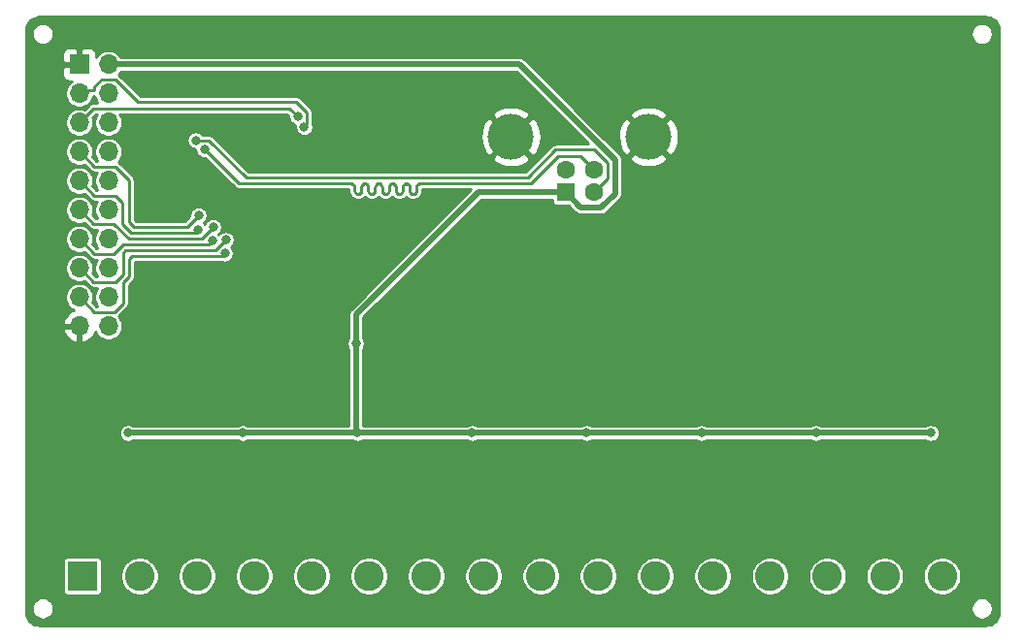
<source format=gbr>
G04 #@! TF.GenerationSoftware,KiCad,Pcbnew,(5.1.8)-1*
G04 #@! TF.CreationDate,2021-01-10T11:48:34-05:00*
G04 #@! TF.ProjectId,Relacon,52656c61-636f-46e2-9e6b-696361645f70,1*
G04 #@! TF.SameCoordinates,Original*
G04 #@! TF.FileFunction,Copper,L2,Bot*
G04 #@! TF.FilePolarity,Positive*
%FSLAX46Y46*%
G04 Gerber Fmt 4.6, Leading zero omitted, Abs format (unit mm)*
G04 Created by KiCad (PCBNEW (5.1.8)-1) date 2021-01-10 11:48:34*
%MOMM*%
%LPD*%
G01*
G04 APERTURE LIST*
G04 #@! TA.AperFunction,ComponentPad*
%ADD10R,2.600000X2.600000*%
G04 #@! TD*
G04 #@! TA.AperFunction,ComponentPad*
%ADD11C,2.600000*%
G04 #@! TD*
G04 #@! TA.AperFunction,ComponentPad*
%ADD12O,1.700000X1.700000*%
G04 #@! TD*
G04 #@! TA.AperFunction,ComponentPad*
%ADD13R,1.700000X1.700000*%
G04 #@! TD*
G04 #@! TA.AperFunction,ComponentPad*
%ADD14C,4.000000*%
G04 #@! TD*
G04 #@! TA.AperFunction,ComponentPad*
%ADD15C,1.600000*%
G04 #@! TD*
G04 #@! TA.AperFunction,ComponentPad*
%ADD16R,1.600000X1.600000*%
G04 #@! TD*
G04 #@! TA.AperFunction,ViaPad*
%ADD17C,0.800000*%
G04 #@! TD*
G04 #@! TA.AperFunction,Conductor*
%ADD18C,0.508000*%
G04 #@! TD*
G04 #@! TA.AperFunction,Conductor*
%ADD19C,0.254000*%
G04 #@! TD*
G04 #@! TA.AperFunction,Conductor*
%ADD20C,0.100000*%
G04 #@! TD*
G04 APERTURE END LIST*
D10*
X132350000Y-112750000D03*
D11*
X137350000Y-112750000D03*
X142350000Y-112750000D03*
X147350000Y-112750000D03*
X152350000Y-112750000D03*
X157350000Y-112750000D03*
X162350000Y-112750000D03*
X167350000Y-112750000D03*
X172350000Y-112750000D03*
X177350000Y-112750000D03*
X182350000Y-112750000D03*
X187350000Y-112750000D03*
X192350000Y-112750000D03*
X197350000Y-112750000D03*
X202350000Y-112750000D03*
X207350000Y-112750000D03*
D12*
X134620000Y-90932000D03*
X132080000Y-90932000D03*
X134620000Y-88392000D03*
X132080000Y-88392000D03*
X134620000Y-85852000D03*
X132080000Y-85852000D03*
X134620000Y-83312000D03*
X132080000Y-83312000D03*
X134620000Y-80772000D03*
X132080000Y-80772000D03*
X134620000Y-78232000D03*
X132080000Y-78232000D03*
X134620000Y-75692000D03*
X132080000Y-75692000D03*
X134620000Y-73152000D03*
X132080000Y-73152000D03*
X134620000Y-70612000D03*
X132080000Y-70612000D03*
X134620000Y-68072000D03*
D13*
X132080000Y-68072000D03*
D14*
X169748000Y-74388000D03*
X181748000Y-74388000D03*
D15*
X174498000Y-77248000D03*
X176998000Y-77248000D03*
X176998000Y-79248000D03*
D16*
X174498000Y-79248000D03*
D17*
X156210000Y-92456000D03*
X206350000Y-100250000D03*
X196350000Y-100250000D03*
X186350000Y-100250000D03*
X176350000Y-100250000D03*
X166350000Y-100250000D03*
X156350000Y-100250000D03*
X146350000Y-100250000D03*
X136350000Y-100250000D03*
X144785753Y-84587753D03*
X144868502Y-83400502D03*
X143684984Y-83479518D03*
X143764000Y-82296000D03*
X142459247Y-82496237D03*
X142494000Y-81280000D03*
X151130000Y-72644000D03*
X151714655Y-73520982D03*
X143002000Y-75476000D03*
X142240000Y-74695000D03*
D18*
X174498000Y-79248000D02*
X166878000Y-79248000D01*
X166878000Y-79248000D02*
X156210000Y-89916000D01*
X156210000Y-89916000D02*
X156210000Y-92456000D01*
X170895461Y-68499539D02*
X178814011Y-76418090D01*
X134620000Y-68072000D02*
X170467922Y-68072000D01*
X175806001Y-80556001D02*
X174498000Y-79248000D01*
X177625841Y-80556001D02*
X175806001Y-80556001D01*
X170467922Y-68072000D02*
X170895461Y-68499539D01*
X178814011Y-76418090D02*
X178814011Y-79367831D01*
X178814011Y-79367831D02*
X177625841Y-80556001D01*
X156210000Y-100110000D02*
X156350000Y-100250000D01*
X156210000Y-92456000D02*
X156210000Y-100110000D01*
X156350000Y-100250000D02*
X166350000Y-100250000D01*
X166350000Y-100250000D02*
X176350000Y-100250000D01*
X176350000Y-100250000D02*
X186350000Y-100250000D01*
X186350000Y-100250000D02*
X196350000Y-100250000D01*
X196350000Y-100250000D02*
X206350000Y-100250000D01*
X156350000Y-100250000D02*
X146350000Y-100250000D01*
X146350000Y-100250000D02*
X136350000Y-100250000D01*
D19*
X144537496Y-84836010D02*
X143002010Y-84836010D01*
X144785753Y-84587753D02*
X144537496Y-84836010D01*
X143002010Y-84836010D02*
X143255990Y-84836010D01*
X135132883Y-89700999D02*
X133388999Y-89700999D01*
X135890000Y-88943882D02*
X135132883Y-89700999D01*
X135890000Y-87122316D02*
X135890000Y-88943882D01*
X136398010Y-86614306D02*
X135890000Y-87122316D01*
X133388999Y-89700999D02*
X132080000Y-88392000D01*
X136398010Y-85089990D02*
X136398010Y-86614306D01*
X136651990Y-84836010D02*
X136398010Y-85089990D01*
X143002010Y-84836010D02*
X136651990Y-84836010D01*
X143941004Y-84328000D02*
X144868502Y-83400502D01*
X136100434Y-84328000D02*
X143941004Y-84328000D01*
X135890000Y-84538434D02*
X136100434Y-84328000D01*
X135890000Y-86403882D02*
X135890000Y-84538434D01*
X135210881Y-87083001D02*
X135890000Y-86403882D01*
X133311001Y-87083001D02*
X135210881Y-87083001D01*
X132080000Y-85852000D02*
X133311001Y-87083001D01*
X133388999Y-84620999D02*
X132080000Y-83312000D01*
X135089001Y-84620999D02*
X133388999Y-84620999D01*
X135890000Y-83820000D02*
X135089001Y-84620999D01*
X143684984Y-83479518D02*
X143344502Y-83820000D01*
X143344502Y-83820000D02*
X135890000Y-83820000D01*
X142748000Y-83312000D02*
X143764000Y-82296000D01*
X135089001Y-82003001D02*
X136398000Y-83312000D01*
X133311001Y-82003001D02*
X135089001Y-82003001D01*
X132080000Y-80772000D02*
X133311001Y-82003001D01*
X142748000Y-83312000D02*
X136398000Y-83312000D01*
X141985990Y-82803990D02*
X141986000Y-82803990D01*
X142459247Y-82584753D02*
X142459247Y-82496237D01*
X142240010Y-82803990D02*
X142459247Y-82584753D01*
X141985990Y-82803990D02*
X142240010Y-82803990D01*
X141985980Y-82803980D02*
X141985990Y-82803990D01*
X136608414Y-82803980D02*
X141985980Y-82803980D01*
X135851001Y-82046567D02*
X136608414Y-82803980D01*
X135210881Y-79540999D02*
X135851001Y-80181119D01*
X133388999Y-79540999D02*
X135210881Y-79540999D01*
X135851001Y-80181119D02*
X135851001Y-82046567D01*
X132080000Y-78232000D02*
X133388999Y-79540999D01*
X136398000Y-78188118D02*
X136398000Y-81875132D01*
X135210881Y-77000999D02*
X136398000Y-78188118D01*
X133388999Y-77000999D02*
X135210881Y-77000999D01*
X132080000Y-75692000D02*
X133388999Y-77000999D01*
X136398000Y-81875132D02*
X136818838Y-82295970D01*
X142494000Y-81280000D02*
X141478030Y-82295970D01*
X141478030Y-82295970D02*
X136818838Y-82295970D01*
X150406999Y-71920999D02*
X151130000Y-72644000D01*
X133311001Y-71920999D02*
X150406999Y-71920999D01*
X132080000Y-73152000D02*
X133311001Y-71920999D01*
X151911001Y-73324636D02*
X151714655Y-73520982D01*
X151015882Y-71374000D02*
X151911001Y-72269119D01*
X134029119Y-69380999D02*
X135210881Y-69380999D01*
X133388999Y-70021119D02*
X134029119Y-69380999D01*
X135210881Y-69380999D02*
X137203882Y-71374000D01*
X133388999Y-70358000D02*
X133388999Y-70021119D01*
X151911001Y-72269119D02*
X151911001Y-73324636D01*
X132334000Y-70358000D02*
X133388999Y-70358000D01*
X132080000Y-70612000D02*
X132334000Y-70358000D01*
X137203882Y-71374000D02*
X151015882Y-71374000D01*
X146012000Y-78486000D02*
X143002000Y-75476000D01*
X155798000Y-78486000D02*
X146012000Y-78486000D01*
X155864757Y-78493522D02*
X155798000Y-78486000D01*
X155928166Y-78515710D02*
X155864757Y-78493522D01*
X155985047Y-78551451D02*
X155928166Y-78515710D01*
X156032550Y-78598954D02*
X155985047Y-78551451D01*
X156068291Y-78655835D02*
X156032550Y-78598954D01*
X156090479Y-78719244D02*
X156068291Y-78655835D01*
X156098000Y-78786000D02*
X156090479Y-78719244D01*
X156098000Y-79098300D02*
X156098000Y-78786000D01*
X156105522Y-79165057D02*
X156098000Y-79098300D01*
X156127710Y-79228466D02*
X156105522Y-79165057D01*
X156163451Y-79285347D02*
X156127710Y-79228466D01*
X156210954Y-79332850D02*
X156163451Y-79285347D01*
X156267835Y-79368591D02*
X156210954Y-79332850D01*
X156331244Y-79390779D02*
X156267835Y-79368591D01*
X156398000Y-79398300D02*
X156331244Y-79390779D01*
X156464757Y-79390779D02*
X156398000Y-79398300D01*
X156528166Y-79368591D02*
X156464757Y-79390779D01*
X156585047Y-79332850D02*
X156528166Y-79368591D01*
X156632550Y-79285347D02*
X156585047Y-79332850D01*
X156668291Y-79228466D02*
X156632550Y-79285347D01*
X156690479Y-79165057D02*
X156668291Y-79228466D01*
X156698000Y-79098300D02*
X156690479Y-79165057D01*
X156698000Y-78786000D02*
X156698000Y-79098300D01*
X156705522Y-78719244D02*
X156698000Y-78786000D01*
X156727710Y-78655835D02*
X156705522Y-78719244D01*
X156763451Y-78598954D02*
X156727710Y-78655835D01*
X156810954Y-78551451D02*
X156763451Y-78598954D01*
X159698000Y-78786000D02*
X159690479Y-78719244D01*
X159698000Y-79098300D02*
X159698000Y-78786000D01*
X157128166Y-78515710D02*
X157064757Y-78493522D01*
X159690479Y-78719244D02*
X159668291Y-78655835D01*
X159705522Y-79165057D02*
X159698000Y-79098300D01*
X159727710Y-79228466D02*
X159705522Y-79165057D01*
X159763451Y-79285347D02*
X159727710Y-79228466D01*
X159810954Y-79332850D02*
X159763451Y-79285347D01*
X159867835Y-79368591D02*
X159810954Y-79332850D01*
X159931244Y-79390779D02*
X159867835Y-79368591D01*
X159998000Y-79398300D02*
X159931244Y-79390779D01*
X160064757Y-79390779D02*
X159998000Y-79398300D01*
X160128166Y-79368591D02*
X160064757Y-79390779D01*
X160185047Y-79332850D02*
X160128166Y-79368591D01*
X160232550Y-79285347D02*
X160185047Y-79332850D01*
X160268291Y-79228466D02*
X160232550Y-79285347D01*
X160290479Y-79165057D02*
X160268291Y-79228466D01*
X160298000Y-78786000D02*
X160298000Y-79098300D01*
X160305522Y-78719244D02*
X160298000Y-78786000D01*
X160327710Y-78655835D02*
X160305522Y-78719244D01*
X160363451Y-78598954D02*
X160327710Y-78655835D01*
X160410954Y-78551451D02*
X160363451Y-78598954D01*
X160467835Y-78515710D02*
X160410954Y-78551451D01*
X160531244Y-78493522D02*
X160467835Y-78515710D01*
X160598000Y-78486000D02*
X160531244Y-78493522D01*
X156998000Y-78486000D02*
X156931244Y-78493522D01*
X160664757Y-78493522D02*
X160598000Y-78486000D01*
X160728166Y-78515710D02*
X160664757Y-78493522D01*
X160785047Y-78551451D02*
X160728166Y-78515710D01*
X160832550Y-78598954D02*
X160785047Y-78551451D01*
X160868291Y-78655835D02*
X160832550Y-78598954D01*
X161498000Y-79098300D02*
X161490479Y-79165057D01*
X161498000Y-78786000D02*
X161498000Y-79098300D01*
X161527710Y-78655835D02*
X161505522Y-78719244D01*
X161610954Y-78551451D02*
X161563451Y-78598954D01*
X160898000Y-79098300D02*
X160898000Y-78786000D01*
X161731244Y-78493522D02*
X161667835Y-78515710D01*
X176998000Y-77248000D02*
X175816999Y-76066999D01*
X161505522Y-78719244D02*
X161498000Y-78786000D01*
X160298000Y-79098300D02*
X160290479Y-79165057D01*
X173869001Y-76066999D02*
X171450000Y-78486000D01*
X161667835Y-78515710D02*
X161610954Y-78551451D01*
X160905522Y-79165057D02*
X160898000Y-79098300D01*
X156931244Y-78493522D02*
X156867835Y-78515710D01*
X161798000Y-78486000D02*
X161731244Y-78493522D01*
X171450000Y-78486000D02*
X161798000Y-78486000D01*
X161264757Y-79390779D02*
X161198000Y-79398300D01*
X175816999Y-76066999D02*
X173869001Y-76066999D01*
X157064757Y-78493522D02*
X156998000Y-78486000D01*
X161563451Y-78598954D02*
X161527710Y-78655835D01*
X161067835Y-79368591D02*
X161010954Y-79332850D01*
X161490479Y-79165057D02*
X161468291Y-79228466D01*
X161468291Y-79228466D02*
X161432550Y-79285347D01*
X161328166Y-79368591D02*
X161264757Y-79390779D01*
X161432550Y-79285347D02*
X161385047Y-79332850D01*
X161385047Y-79332850D02*
X161328166Y-79368591D01*
X161198000Y-79398300D02*
X161131244Y-79390779D01*
X156867835Y-78515710D02*
X156810954Y-78551451D01*
X161131244Y-79390779D02*
X161067835Y-79368591D01*
X160927710Y-79228466D02*
X160905522Y-79165057D01*
X161010954Y-79332850D02*
X160963451Y-79285347D01*
X160963451Y-79285347D02*
X160927710Y-79228466D01*
X160898000Y-78786000D02*
X160890479Y-78719244D01*
X160890479Y-78719244D02*
X160868291Y-78655835D01*
X159668291Y-78655835D02*
X159632550Y-78598954D01*
X159632550Y-78598954D02*
X159585047Y-78551451D01*
X159585047Y-78551451D02*
X159528166Y-78515710D01*
X159528166Y-78515710D02*
X159464757Y-78493522D01*
X159464757Y-78493522D02*
X159398000Y-78486000D01*
X159398000Y-78486000D02*
X159331244Y-78493522D01*
X159331244Y-78493522D02*
X159267835Y-78515710D01*
X159267835Y-78515710D02*
X159210954Y-78551451D01*
X159210954Y-78551451D02*
X159163451Y-78598954D01*
X159163451Y-78598954D02*
X159127710Y-78655835D01*
X159127710Y-78655835D02*
X159105522Y-78719244D01*
X159105522Y-78719244D02*
X159098000Y-78786000D01*
X159098000Y-78786000D02*
X159098000Y-79098300D01*
X159098000Y-79098300D02*
X159090479Y-79165057D01*
X159090479Y-79165057D02*
X159068291Y-79228466D01*
X159068291Y-79228466D02*
X159032550Y-79285347D01*
X159032550Y-79285347D02*
X158985047Y-79332850D01*
X158985047Y-79332850D02*
X158928166Y-79368591D01*
X158928166Y-79368591D02*
X158864757Y-79390779D01*
X158864757Y-79390779D02*
X158798000Y-79398300D01*
X158798000Y-79398300D02*
X158731244Y-79390779D01*
X158731244Y-79390779D02*
X158667835Y-79368591D01*
X158667835Y-79368591D02*
X158610954Y-79332850D01*
X158610954Y-79332850D02*
X158563451Y-79285347D01*
X158563451Y-79285347D02*
X158527710Y-79228466D01*
X158527710Y-79228466D02*
X158505522Y-79165057D01*
X158505522Y-79165057D02*
X158498000Y-79098300D01*
X158498000Y-79098300D02*
X158498000Y-78786000D01*
X158498000Y-78786000D02*
X158490479Y-78719244D01*
X158490479Y-78719244D02*
X158468291Y-78655835D01*
X158468291Y-78655835D02*
X158432550Y-78598954D01*
X158432550Y-78598954D02*
X158385047Y-78551451D01*
X158385047Y-78551451D02*
X158328166Y-78515710D01*
X158328166Y-78515710D02*
X158264757Y-78493522D01*
X158264757Y-78493522D02*
X158198000Y-78486000D01*
X158198000Y-78486000D02*
X158131244Y-78493522D01*
X158131244Y-78493522D02*
X158067835Y-78515710D01*
X158067835Y-78515710D02*
X158010954Y-78551451D01*
X158010954Y-78551451D02*
X157963451Y-78598954D01*
X157963451Y-78598954D02*
X157927710Y-78655835D01*
X157927710Y-78655835D02*
X157905522Y-78719244D01*
X157905522Y-78719244D02*
X157898000Y-78786000D01*
X157898000Y-78786000D02*
X157898000Y-79098300D01*
X157898000Y-79098300D02*
X157890479Y-79165057D01*
X157890479Y-79165057D02*
X157868291Y-79228466D01*
X157868291Y-79228466D02*
X157832550Y-79285347D01*
X157832550Y-79285347D02*
X157785047Y-79332850D01*
X157785047Y-79332850D02*
X157728166Y-79368591D01*
X157728166Y-79368591D02*
X157664757Y-79390779D01*
X157664757Y-79390779D02*
X157598000Y-79398300D01*
X157598000Y-79398300D02*
X157531244Y-79390779D01*
X157531244Y-79390779D02*
X157467835Y-79368591D01*
X157467835Y-79368591D02*
X157410954Y-79332850D01*
X157410954Y-79332850D02*
X157363451Y-79285347D01*
X157363451Y-79285347D02*
X157327710Y-79228466D01*
X157327710Y-79228466D02*
X157305522Y-79165057D01*
X157305522Y-79165057D02*
X157298000Y-79098300D01*
X157298000Y-79098300D02*
X157298000Y-78786000D01*
X157298000Y-78786000D02*
X157290479Y-78719244D01*
X157290479Y-78719244D02*
X157268291Y-78655835D01*
X157268291Y-78655835D02*
X157232550Y-78598954D01*
X157232550Y-78598954D02*
X157185047Y-78551451D01*
X157185047Y-78551451D02*
X157128166Y-78515710D01*
X143376882Y-74695000D02*
X142240000Y-74695000D01*
X178179001Y-76681119D02*
X177028763Y-75530881D01*
X171196011Y-77977989D02*
X146659871Y-77977989D01*
X176998000Y-79248000D02*
X178179001Y-78066999D01*
X178179001Y-78066999D02*
X178179001Y-76681119D01*
X177028763Y-75530881D02*
X173643119Y-75530881D01*
X173643119Y-75530881D02*
X171196011Y-77977989D01*
X146659871Y-77977989D02*
X143376882Y-74695000D01*
X211361730Y-63955053D02*
X211577422Y-64020174D01*
X211776352Y-64125948D01*
X211950954Y-64268349D01*
X212094570Y-64441951D01*
X212201729Y-64640137D01*
X212268354Y-64855369D01*
X212294000Y-65099375D01*
X212294001Y-115866410D01*
X212269947Y-116111731D01*
X212204827Y-116327420D01*
X212099051Y-116526355D01*
X211956652Y-116700954D01*
X211783049Y-116844570D01*
X211584863Y-116951729D01*
X211369631Y-117018354D01*
X211125625Y-117044000D01*
X128608580Y-117044000D01*
X128363269Y-117019947D01*
X128147580Y-116954827D01*
X127948645Y-116849051D01*
X127774046Y-116706652D01*
X127630430Y-116533049D01*
X127523271Y-116334863D01*
X127456646Y-116119631D01*
X127431000Y-115875625D01*
X127431000Y-115475744D01*
X127948000Y-115475744D01*
X127948000Y-115664256D01*
X127984777Y-115849147D01*
X128056917Y-116023310D01*
X128161649Y-116180052D01*
X128294948Y-116313351D01*
X128451690Y-116418083D01*
X128625853Y-116490223D01*
X128810744Y-116527000D01*
X128999256Y-116527000D01*
X129184147Y-116490223D01*
X129358310Y-116418083D01*
X129515052Y-116313351D01*
X129648351Y-116180052D01*
X129753083Y-116023310D01*
X129825223Y-115849147D01*
X129862000Y-115664256D01*
X129862000Y-115475744D01*
X209863000Y-115475744D01*
X209863000Y-115664256D01*
X209899777Y-115849147D01*
X209971917Y-116023310D01*
X210076649Y-116180052D01*
X210209948Y-116313351D01*
X210366690Y-116418083D01*
X210540853Y-116490223D01*
X210725744Y-116527000D01*
X210914256Y-116527000D01*
X211099147Y-116490223D01*
X211273310Y-116418083D01*
X211430052Y-116313351D01*
X211563351Y-116180052D01*
X211668083Y-116023310D01*
X211740223Y-115849147D01*
X211777000Y-115664256D01*
X211777000Y-115475744D01*
X211740223Y-115290853D01*
X211668083Y-115116690D01*
X211563351Y-114959948D01*
X211430052Y-114826649D01*
X211273310Y-114721917D01*
X211099147Y-114649777D01*
X210914256Y-114613000D01*
X210725744Y-114613000D01*
X210540853Y-114649777D01*
X210366690Y-114721917D01*
X210209948Y-114826649D01*
X210076649Y-114959948D01*
X209971917Y-115116690D01*
X209899777Y-115290853D01*
X209863000Y-115475744D01*
X129862000Y-115475744D01*
X129825223Y-115290853D01*
X129753083Y-115116690D01*
X129648351Y-114959948D01*
X129515052Y-114826649D01*
X129358310Y-114721917D01*
X129184147Y-114649777D01*
X128999256Y-114613000D01*
X128810744Y-114613000D01*
X128625853Y-114649777D01*
X128451690Y-114721917D01*
X128294948Y-114826649D01*
X128161649Y-114959948D01*
X128056917Y-115116690D01*
X127984777Y-115290853D01*
X127948000Y-115475744D01*
X127431000Y-115475744D01*
X127431000Y-111450000D01*
X130667157Y-111450000D01*
X130667157Y-114050000D01*
X130674513Y-114124689D01*
X130696299Y-114196508D01*
X130731678Y-114262696D01*
X130779289Y-114320711D01*
X130837304Y-114368322D01*
X130903492Y-114403701D01*
X130975311Y-114425487D01*
X131050000Y-114432843D01*
X133650000Y-114432843D01*
X133724689Y-114425487D01*
X133796508Y-114403701D01*
X133862696Y-114368322D01*
X133920711Y-114320711D01*
X133968322Y-114262696D01*
X134003701Y-114196508D01*
X134025487Y-114124689D01*
X134032843Y-114050000D01*
X134032843Y-112584436D01*
X135669000Y-112584436D01*
X135669000Y-112915564D01*
X135733600Y-113240330D01*
X135860317Y-113546252D01*
X136044282Y-113821575D01*
X136278425Y-114055718D01*
X136553748Y-114239683D01*
X136859670Y-114366400D01*
X137184436Y-114431000D01*
X137515564Y-114431000D01*
X137840330Y-114366400D01*
X138146252Y-114239683D01*
X138421575Y-114055718D01*
X138655718Y-113821575D01*
X138839683Y-113546252D01*
X138966400Y-113240330D01*
X139031000Y-112915564D01*
X139031000Y-112584436D01*
X140669000Y-112584436D01*
X140669000Y-112915564D01*
X140733600Y-113240330D01*
X140860317Y-113546252D01*
X141044282Y-113821575D01*
X141278425Y-114055718D01*
X141553748Y-114239683D01*
X141859670Y-114366400D01*
X142184436Y-114431000D01*
X142515564Y-114431000D01*
X142840330Y-114366400D01*
X143146252Y-114239683D01*
X143421575Y-114055718D01*
X143655718Y-113821575D01*
X143839683Y-113546252D01*
X143966400Y-113240330D01*
X144031000Y-112915564D01*
X144031000Y-112584436D01*
X145669000Y-112584436D01*
X145669000Y-112915564D01*
X145733600Y-113240330D01*
X145860317Y-113546252D01*
X146044282Y-113821575D01*
X146278425Y-114055718D01*
X146553748Y-114239683D01*
X146859670Y-114366400D01*
X147184436Y-114431000D01*
X147515564Y-114431000D01*
X147840330Y-114366400D01*
X148146252Y-114239683D01*
X148421575Y-114055718D01*
X148655718Y-113821575D01*
X148839683Y-113546252D01*
X148966400Y-113240330D01*
X149031000Y-112915564D01*
X149031000Y-112584436D01*
X150669000Y-112584436D01*
X150669000Y-112915564D01*
X150733600Y-113240330D01*
X150860317Y-113546252D01*
X151044282Y-113821575D01*
X151278425Y-114055718D01*
X151553748Y-114239683D01*
X151859670Y-114366400D01*
X152184436Y-114431000D01*
X152515564Y-114431000D01*
X152840330Y-114366400D01*
X153146252Y-114239683D01*
X153421575Y-114055718D01*
X153655718Y-113821575D01*
X153839683Y-113546252D01*
X153966400Y-113240330D01*
X154031000Y-112915564D01*
X154031000Y-112584436D01*
X155669000Y-112584436D01*
X155669000Y-112915564D01*
X155733600Y-113240330D01*
X155860317Y-113546252D01*
X156044282Y-113821575D01*
X156278425Y-114055718D01*
X156553748Y-114239683D01*
X156859670Y-114366400D01*
X157184436Y-114431000D01*
X157515564Y-114431000D01*
X157840330Y-114366400D01*
X158146252Y-114239683D01*
X158421575Y-114055718D01*
X158655718Y-113821575D01*
X158839683Y-113546252D01*
X158966400Y-113240330D01*
X159031000Y-112915564D01*
X159031000Y-112584436D01*
X160669000Y-112584436D01*
X160669000Y-112915564D01*
X160733600Y-113240330D01*
X160860317Y-113546252D01*
X161044282Y-113821575D01*
X161278425Y-114055718D01*
X161553748Y-114239683D01*
X161859670Y-114366400D01*
X162184436Y-114431000D01*
X162515564Y-114431000D01*
X162840330Y-114366400D01*
X163146252Y-114239683D01*
X163421575Y-114055718D01*
X163655718Y-113821575D01*
X163839683Y-113546252D01*
X163966400Y-113240330D01*
X164031000Y-112915564D01*
X164031000Y-112584436D01*
X165669000Y-112584436D01*
X165669000Y-112915564D01*
X165733600Y-113240330D01*
X165860317Y-113546252D01*
X166044282Y-113821575D01*
X166278425Y-114055718D01*
X166553748Y-114239683D01*
X166859670Y-114366400D01*
X167184436Y-114431000D01*
X167515564Y-114431000D01*
X167840330Y-114366400D01*
X168146252Y-114239683D01*
X168421575Y-114055718D01*
X168655718Y-113821575D01*
X168839683Y-113546252D01*
X168966400Y-113240330D01*
X169031000Y-112915564D01*
X169031000Y-112584436D01*
X170669000Y-112584436D01*
X170669000Y-112915564D01*
X170733600Y-113240330D01*
X170860317Y-113546252D01*
X171044282Y-113821575D01*
X171278425Y-114055718D01*
X171553748Y-114239683D01*
X171859670Y-114366400D01*
X172184436Y-114431000D01*
X172515564Y-114431000D01*
X172840330Y-114366400D01*
X173146252Y-114239683D01*
X173421575Y-114055718D01*
X173655718Y-113821575D01*
X173839683Y-113546252D01*
X173966400Y-113240330D01*
X174031000Y-112915564D01*
X174031000Y-112584436D01*
X175669000Y-112584436D01*
X175669000Y-112915564D01*
X175733600Y-113240330D01*
X175860317Y-113546252D01*
X176044282Y-113821575D01*
X176278425Y-114055718D01*
X176553748Y-114239683D01*
X176859670Y-114366400D01*
X177184436Y-114431000D01*
X177515564Y-114431000D01*
X177840330Y-114366400D01*
X178146252Y-114239683D01*
X178421575Y-114055718D01*
X178655718Y-113821575D01*
X178839683Y-113546252D01*
X178966400Y-113240330D01*
X179031000Y-112915564D01*
X179031000Y-112584436D01*
X180669000Y-112584436D01*
X180669000Y-112915564D01*
X180733600Y-113240330D01*
X180860317Y-113546252D01*
X181044282Y-113821575D01*
X181278425Y-114055718D01*
X181553748Y-114239683D01*
X181859670Y-114366400D01*
X182184436Y-114431000D01*
X182515564Y-114431000D01*
X182840330Y-114366400D01*
X183146252Y-114239683D01*
X183421575Y-114055718D01*
X183655718Y-113821575D01*
X183839683Y-113546252D01*
X183966400Y-113240330D01*
X184031000Y-112915564D01*
X184031000Y-112584436D01*
X185669000Y-112584436D01*
X185669000Y-112915564D01*
X185733600Y-113240330D01*
X185860317Y-113546252D01*
X186044282Y-113821575D01*
X186278425Y-114055718D01*
X186553748Y-114239683D01*
X186859670Y-114366400D01*
X187184436Y-114431000D01*
X187515564Y-114431000D01*
X187840330Y-114366400D01*
X188146252Y-114239683D01*
X188421575Y-114055718D01*
X188655718Y-113821575D01*
X188839683Y-113546252D01*
X188966400Y-113240330D01*
X189031000Y-112915564D01*
X189031000Y-112584436D01*
X190669000Y-112584436D01*
X190669000Y-112915564D01*
X190733600Y-113240330D01*
X190860317Y-113546252D01*
X191044282Y-113821575D01*
X191278425Y-114055718D01*
X191553748Y-114239683D01*
X191859670Y-114366400D01*
X192184436Y-114431000D01*
X192515564Y-114431000D01*
X192840330Y-114366400D01*
X193146252Y-114239683D01*
X193421575Y-114055718D01*
X193655718Y-113821575D01*
X193839683Y-113546252D01*
X193966400Y-113240330D01*
X194031000Y-112915564D01*
X194031000Y-112584436D01*
X195669000Y-112584436D01*
X195669000Y-112915564D01*
X195733600Y-113240330D01*
X195860317Y-113546252D01*
X196044282Y-113821575D01*
X196278425Y-114055718D01*
X196553748Y-114239683D01*
X196859670Y-114366400D01*
X197184436Y-114431000D01*
X197515564Y-114431000D01*
X197840330Y-114366400D01*
X198146252Y-114239683D01*
X198421575Y-114055718D01*
X198655718Y-113821575D01*
X198839683Y-113546252D01*
X198966400Y-113240330D01*
X199031000Y-112915564D01*
X199031000Y-112584436D01*
X200669000Y-112584436D01*
X200669000Y-112915564D01*
X200733600Y-113240330D01*
X200860317Y-113546252D01*
X201044282Y-113821575D01*
X201278425Y-114055718D01*
X201553748Y-114239683D01*
X201859670Y-114366400D01*
X202184436Y-114431000D01*
X202515564Y-114431000D01*
X202840330Y-114366400D01*
X203146252Y-114239683D01*
X203421575Y-114055718D01*
X203655718Y-113821575D01*
X203839683Y-113546252D01*
X203966400Y-113240330D01*
X204031000Y-112915564D01*
X204031000Y-112584436D01*
X205669000Y-112584436D01*
X205669000Y-112915564D01*
X205733600Y-113240330D01*
X205860317Y-113546252D01*
X206044282Y-113821575D01*
X206278425Y-114055718D01*
X206553748Y-114239683D01*
X206859670Y-114366400D01*
X207184436Y-114431000D01*
X207515564Y-114431000D01*
X207840330Y-114366400D01*
X208146252Y-114239683D01*
X208421575Y-114055718D01*
X208655718Y-113821575D01*
X208839683Y-113546252D01*
X208966400Y-113240330D01*
X209031000Y-112915564D01*
X209031000Y-112584436D01*
X208966400Y-112259670D01*
X208839683Y-111953748D01*
X208655718Y-111678425D01*
X208421575Y-111444282D01*
X208146252Y-111260317D01*
X207840330Y-111133600D01*
X207515564Y-111069000D01*
X207184436Y-111069000D01*
X206859670Y-111133600D01*
X206553748Y-111260317D01*
X206278425Y-111444282D01*
X206044282Y-111678425D01*
X205860317Y-111953748D01*
X205733600Y-112259670D01*
X205669000Y-112584436D01*
X204031000Y-112584436D01*
X203966400Y-112259670D01*
X203839683Y-111953748D01*
X203655718Y-111678425D01*
X203421575Y-111444282D01*
X203146252Y-111260317D01*
X202840330Y-111133600D01*
X202515564Y-111069000D01*
X202184436Y-111069000D01*
X201859670Y-111133600D01*
X201553748Y-111260317D01*
X201278425Y-111444282D01*
X201044282Y-111678425D01*
X200860317Y-111953748D01*
X200733600Y-112259670D01*
X200669000Y-112584436D01*
X199031000Y-112584436D01*
X198966400Y-112259670D01*
X198839683Y-111953748D01*
X198655718Y-111678425D01*
X198421575Y-111444282D01*
X198146252Y-111260317D01*
X197840330Y-111133600D01*
X197515564Y-111069000D01*
X197184436Y-111069000D01*
X196859670Y-111133600D01*
X196553748Y-111260317D01*
X196278425Y-111444282D01*
X196044282Y-111678425D01*
X195860317Y-111953748D01*
X195733600Y-112259670D01*
X195669000Y-112584436D01*
X194031000Y-112584436D01*
X193966400Y-112259670D01*
X193839683Y-111953748D01*
X193655718Y-111678425D01*
X193421575Y-111444282D01*
X193146252Y-111260317D01*
X192840330Y-111133600D01*
X192515564Y-111069000D01*
X192184436Y-111069000D01*
X191859670Y-111133600D01*
X191553748Y-111260317D01*
X191278425Y-111444282D01*
X191044282Y-111678425D01*
X190860317Y-111953748D01*
X190733600Y-112259670D01*
X190669000Y-112584436D01*
X189031000Y-112584436D01*
X188966400Y-112259670D01*
X188839683Y-111953748D01*
X188655718Y-111678425D01*
X188421575Y-111444282D01*
X188146252Y-111260317D01*
X187840330Y-111133600D01*
X187515564Y-111069000D01*
X187184436Y-111069000D01*
X186859670Y-111133600D01*
X186553748Y-111260317D01*
X186278425Y-111444282D01*
X186044282Y-111678425D01*
X185860317Y-111953748D01*
X185733600Y-112259670D01*
X185669000Y-112584436D01*
X184031000Y-112584436D01*
X183966400Y-112259670D01*
X183839683Y-111953748D01*
X183655718Y-111678425D01*
X183421575Y-111444282D01*
X183146252Y-111260317D01*
X182840330Y-111133600D01*
X182515564Y-111069000D01*
X182184436Y-111069000D01*
X181859670Y-111133600D01*
X181553748Y-111260317D01*
X181278425Y-111444282D01*
X181044282Y-111678425D01*
X180860317Y-111953748D01*
X180733600Y-112259670D01*
X180669000Y-112584436D01*
X179031000Y-112584436D01*
X178966400Y-112259670D01*
X178839683Y-111953748D01*
X178655718Y-111678425D01*
X178421575Y-111444282D01*
X178146252Y-111260317D01*
X177840330Y-111133600D01*
X177515564Y-111069000D01*
X177184436Y-111069000D01*
X176859670Y-111133600D01*
X176553748Y-111260317D01*
X176278425Y-111444282D01*
X176044282Y-111678425D01*
X175860317Y-111953748D01*
X175733600Y-112259670D01*
X175669000Y-112584436D01*
X174031000Y-112584436D01*
X173966400Y-112259670D01*
X173839683Y-111953748D01*
X173655718Y-111678425D01*
X173421575Y-111444282D01*
X173146252Y-111260317D01*
X172840330Y-111133600D01*
X172515564Y-111069000D01*
X172184436Y-111069000D01*
X171859670Y-111133600D01*
X171553748Y-111260317D01*
X171278425Y-111444282D01*
X171044282Y-111678425D01*
X170860317Y-111953748D01*
X170733600Y-112259670D01*
X170669000Y-112584436D01*
X169031000Y-112584436D01*
X168966400Y-112259670D01*
X168839683Y-111953748D01*
X168655718Y-111678425D01*
X168421575Y-111444282D01*
X168146252Y-111260317D01*
X167840330Y-111133600D01*
X167515564Y-111069000D01*
X167184436Y-111069000D01*
X166859670Y-111133600D01*
X166553748Y-111260317D01*
X166278425Y-111444282D01*
X166044282Y-111678425D01*
X165860317Y-111953748D01*
X165733600Y-112259670D01*
X165669000Y-112584436D01*
X164031000Y-112584436D01*
X163966400Y-112259670D01*
X163839683Y-111953748D01*
X163655718Y-111678425D01*
X163421575Y-111444282D01*
X163146252Y-111260317D01*
X162840330Y-111133600D01*
X162515564Y-111069000D01*
X162184436Y-111069000D01*
X161859670Y-111133600D01*
X161553748Y-111260317D01*
X161278425Y-111444282D01*
X161044282Y-111678425D01*
X160860317Y-111953748D01*
X160733600Y-112259670D01*
X160669000Y-112584436D01*
X159031000Y-112584436D01*
X158966400Y-112259670D01*
X158839683Y-111953748D01*
X158655718Y-111678425D01*
X158421575Y-111444282D01*
X158146252Y-111260317D01*
X157840330Y-111133600D01*
X157515564Y-111069000D01*
X157184436Y-111069000D01*
X156859670Y-111133600D01*
X156553748Y-111260317D01*
X156278425Y-111444282D01*
X156044282Y-111678425D01*
X155860317Y-111953748D01*
X155733600Y-112259670D01*
X155669000Y-112584436D01*
X154031000Y-112584436D01*
X153966400Y-112259670D01*
X153839683Y-111953748D01*
X153655718Y-111678425D01*
X153421575Y-111444282D01*
X153146252Y-111260317D01*
X152840330Y-111133600D01*
X152515564Y-111069000D01*
X152184436Y-111069000D01*
X151859670Y-111133600D01*
X151553748Y-111260317D01*
X151278425Y-111444282D01*
X151044282Y-111678425D01*
X150860317Y-111953748D01*
X150733600Y-112259670D01*
X150669000Y-112584436D01*
X149031000Y-112584436D01*
X148966400Y-112259670D01*
X148839683Y-111953748D01*
X148655718Y-111678425D01*
X148421575Y-111444282D01*
X148146252Y-111260317D01*
X147840330Y-111133600D01*
X147515564Y-111069000D01*
X147184436Y-111069000D01*
X146859670Y-111133600D01*
X146553748Y-111260317D01*
X146278425Y-111444282D01*
X146044282Y-111678425D01*
X145860317Y-111953748D01*
X145733600Y-112259670D01*
X145669000Y-112584436D01*
X144031000Y-112584436D01*
X143966400Y-112259670D01*
X143839683Y-111953748D01*
X143655718Y-111678425D01*
X143421575Y-111444282D01*
X143146252Y-111260317D01*
X142840330Y-111133600D01*
X142515564Y-111069000D01*
X142184436Y-111069000D01*
X141859670Y-111133600D01*
X141553748Y-111260317D01*
X141278425Y-111444282D01*
X141044282Y-111678425D01*
X140860317Y-111953748D01*
X140733600Y-112259670D01*
X140669000Y-112584436D01*
X139031000Y-112584436D01*
X138966400Y-112259670D01*
X138839683Y-111953748D01*
X138655718Y-111678425D01*
X138421575Y-111444282D01*
X138146252Y-111260317D01*
X137840330Y-111133600D01*
X137515564Y-111069000D01*
X137184436Y-111069000D01*
X136859670Y-111133600D01*
X136553748Y-111260317D01*
X136278425Y-111444282D01*
X136044282Y-111678425D01*
X135860317Y-111953748D01*
X135733600Y-112259670D01*
X135669000Y-112584436D01*
X134032843Y-112584436D01*
X134032843Y-111450000D01*
X134025487Y-111375311D01*
X134003701Y-111303492D01*
X133968322Y-111237304D01*
X133920711Y-111179289D01*
X133862696Y-111131678D01*
X133796508Y-111096299D01*
X133724689Y-111074513D01*
X133650000Y-111067157D01*
X131050000Y-111067157D01*
X130975311Y-111074513D01*
X130903492Y-111096299D01*
X130837304Y-111131678D01*
X130779289Y-111179289D01*
X130731678Y-111237304D01*
X130696299Y-111303492D01*
X130674513Y-111375311D01*
X130667157Y-111450000D01*
X127431000Y-111450000D01*
X127431000Y-91288890D01*
X130638524Y-91288890D01*
X130683175Y-91436099D01*
X130808359Y-91698920D01*
X130982412Y-91932269D01*
X131198645Y-92127178D01*
X131448748Y-92276157D01*
X131723109Y-92373481D01*
X131953000Y-92252814D01*
X131953000Y-91059000D01*
X130759845Y-91059000D01*
X130638524Y-91288890D01*
X127431000Y-91288890D01*
X127431000Y-90575110D01*
X130638524Y-90575110D01*
X130759845Y-90805000D01*
X131953000Y-90805000D01*
X131953000Y-90785000D01*
X132207000Y-90785000D01*
X132207000Y-90805000D01*
X132227000Y-90805000D01*
X132227000Y-91059000D01*
X132207000Y-91059000D01*
X132207000Y-92252814D01*
X132436891Y-92373481D01*
X132711252Y-92276157D01*
X132961355Y-92127178D01*
X133177588Y-91932269D01*
X133351641Y-91698920D01*
X133476825Y-91436099D01*
X133485091Y-91408846D01*
X133529102Y-91515097D01*
X133663820Y-91716717D01*
X133835283Y-91888180D01*
X134036903Y-92022898D01*
X134260931Y-92115693D01*
X134498757Y-92163000D01*
X134741243Y-92163000D01*
X134979069Y-92115693D01*
X135203097Y-92022898D01*
X135404717Y-91888180D01*
X135576180Y-91716717D01*
X135710898Y-91515097D01*
X135803693Y-91291069D01*
X135851000Y-91053243D01*
X135851000Y-90810757D01*
X135803693Y-90572931D01*
X135710898Y-90348903D01*
X135576180Y-90147283D01*
X135492190Y-90063293D01*
X135493831Y-90061947D01*
X135509738Y-90042564D01*
X136231570Y-89320732D01*
X136250948Y-89304830D01*
X136312853Y-89229398D01*
X136314429Y-89227478D01*
X136361600Y-89139226D01*
X136361601Y-89139225D01*
X136390649Y-89043467D01*
X136398000Y-88968829D01*
X136398000Y-88968827D01*
X136400457Y-88943883D01*
X136398000Y-88918939D01*
X136398000Y-87332736D01*
X136739575Y-86991161D01*
X136758958Y-86975254D01*
X136822439Y-86897901D01*
X136869611Y-86809649D01*
X136898659Y-86713891D01*
X136906010Y-86639253D01*
X136906010Y-86639250D01*
X136908467Y-86614306D01*
X136906010Y-86589362D01*
X136906010Y-85344010D01*
X144512552Y-85344010D01*
X144537496Y-85346467D01*
X144562440Y-85344010D01*
X144562443Y-85344010D01*
X144577154Y-85342561D01*
X144708831Y-85368753D01*
X144862675Y-85368753D01*
X145013562Y-85338740D01*
X145155695Y-85279866D01*
X145283612Y-85194395D01*
X145392395Y-85085612D01*
X145477866Y-84957695D01*
X145536740Y-84815562D01*
X145566753Y-84664675D01*
X145566753Y-84510831D01*
X145536740Y-84359944D01*
X145477866Y-84217811D01*
X145392395Y-84089894D01*
X145332362Y-84029861D01*
X145366361Y-84007144D01*
X145475144Y-83898361D01*
X145560615Y-83770444D01*
X145619489Y-83628311D01*
X145649502Y-83477424D01*
X145649502Y-83323580D01*
X145619489Y-83172693D01*
X145560615Y-83030560D01*
X145475144Y-82902643D01*
X145366361Y-82793860D01*
X145238444Y-82708389D01*
X145096311Y-82649515D01*
X144945424Y-82619502D01*
X144791580Y-82619502D01*
X144640693Y-82649515D01*
X144498560Y-82708389D01*
X144370643Y-82793860D01*
X144261860Y-82902643D01*
X144242133Y-82932166D01*
X144232336Y-82922369D01*
X144261859Y-82902642D01*
X144370642Y-82793859D01*
X144456113Y-82665942D01*
X144514987Y-82523809D01*
X144545000Y-82372922D01*
X144545000Y-82219078D01*
X144514987Y-82068191D01*
X144456113Y-81926058D01*
X144370642Y-81798141D01*
X144261859Y-81689358D01*
X144133942Y-81603887D01*
X143991809Y-81545013D01*
X143840922Y-81515000D01*
X143687078Y-81515000D01*
X143536191Y-81545013D01*
X143394058Y-81603887D01*
X143266141Y-81689358D01*
X143157358Y-81798141D01*
X143071887Y-81926058D01*
X143048948Y-81981437D01*
X142969256Y-81901745D01*
X142991859Y-81886642D01*
X143100642Y-81777859D01*
X143186113Y-81649942D01*
X143244987Y-81507809D01*
X143275000Y-81356922D01*
X143275000Y-81203078D01*
X143244987Y-81052191D01*
X143186113Y-80910058D01*
X143100642Y-80782141D01*
X142991859Y-80673358D01*
X142863942Y-80587887D01*
X142721809Y-80529013D01*
X142570922Y-80499000D01*
X142417078Y-80499000D01*
X142266191Y-80529013D01*
X142124058Y-80587887D01*
X141996141Y-80673358D01*
X141887358Y-80782141D01*
X141801887Y-80910058D01*
X141743013Y-81052191D01*
X141713000Y-81203078D01*
X141713000Y-81342580D01*
X141267610Y-81787970D01*
X137029258Y-81787970D01*
X136906000Y-81664712D01*
X136906000Y-78213062D01*
X136908457Y-78188118D01*
X136905359Y-78156665D01*
X136898649Y-78088533D01*
X136869601Y-77992775D01*
X136822429Y-77904523D01*
X136758948Y-77827170D01*
X136739565Y-77811263D01*
X135587736Y-76659434D01*
X135571829Y-76640051D01*
X135494476Y-76576570D01*
X135482649Y-76570248D01*
X135576180Y-76476717D01*
X135710898Y-76275097D01*
X135803693Y-76051069D01*
X135851000Y-75813243D01*
X135851000Y-75570757D01*
X135803693Y-75332931D01*
X135710898Y-75108903D01*
X135576180Y-74907283D01*
X135404717Y-74735820D01*
X135203097Y-74601102D01*
X134979069Y-74508307D01*
X134741243Y-74461000D01*
X134498757Y-74461000D01*
X134260931Y-74508307D01*
X134036903Y-74601102D01*
X133835283Y-74735820D01*
X133663820Y-74907283D01*
X133529102Y-75108903D01*
X133436307Y-75332931D01*
X133389000Y-75570757D01*
X133389000Y-75813243D01*
X133436307Y-76051069D01*
X133529102Y-76275097D01*
X133663820Y-76476717D01*
X133680102Y-76492999D01*
X133599420Y-76492999D01*
X133232587Y-76126166D01*
X133263693Y-76051069D01*
X133311000Y-75813243D01*
X133311000Y-75570757D01*
X133263693Y-75332931D01*
X133170898Y-75108903D01*
X133036180Y-74907283D01*
X132864717Y-74735820D01*
X132663097Y-74601102D01*
X132439069Y-74508307D01*
X132201243Y-74461000D01*
X131958757Y-74461000D01*
X131720931Y-74508307D01*
X131496903Y-74601102D01*
X131295283Y-74735820D01*
X131123820Y-74907283D01*
X130989102Y-75108903D01*
X130896307Y-75332931D01*
X130849000Y-75570757D01*
X130849000Y-75813243D01*
X130896307Y-76051069D01*
X130989102Y-76275097D01*
X131123820Y-76476717D01*
X131295283Y-76648180D01*
X131496903Y-76782898D01*
X131720931Y-76875693D01*
X131958757Y-76923000D01*
X132201243Y-76923000D01*
X132439069Y-76875693D01*
X132514166Y-76844587D01*
X133012148Y-77342569D01*
X133028051Y-77361947D01*
X133047428Y-77377849D01*
X133105403Y-77425428D01*
X133169739Y-77459816D01*
X133193656Y-77472600D01*
X133289414Y-77501648D01*
X133364052Y-77508999D01*
X133364054Y-77508999D01*
X133388998Y-77511456D01*
X133413942Y-77508999D01*
X133622583Y-77508999D01*
X133529102Y-77648903D01*
X133436307Y-77872931D01*
X133389000Y-78110757D01*
X133389000Y-78353243D01*
X133436307Y-78591069D01*
X133529102Y-78815097D01*
X133663820Y-79016717D01*
X133680102Y-79032999D01*
X133599420Y-79032999D01*
X133232587Y-78666166D01*
X133263693Y-78591069D01*
X133311000Y-78353243D01*
X133311000Y-78110757D01*
X133263693Y-77872931D01*
X133170898Y-77648903D01*
X133036180Y-77447283D01*
X132864717Y-77275820D01*
X132663097Y-77141102D01*
X132439069Y-77048307D01*
X132201243Y-77001000D01*
X131958757Y-77001000D01*
X131720931Y-77048307D01*
X131496903Y-77141102D01*
X131295283Y-77275820D01*
X131123820Y-77447283D01*
X130989102Y-77648903D01*
X130896307Y-77872931D01*
X130849000Y-78110757D01*
X130849000Y-78353243D01*
X130896307Y-78591069D01*
X130989102Y-78815097D01*
X131123820Y-79016717D01*
X131295283Y-79188180D01*
X131496903Y-79322898D01*
X131720931Y-79415693D01*
X131958757Y-79463000D01*
X132201243Y-79463000D01*
X132439069Y-79415693D01*
X132514166Y-79384587D01*
X133012148Y-79882569D01*
X133028051Y-79901947D01*
X133047428Y-79917849D01*
X133105403Y-79965428D01*
X133158190Y-79993643D01*
X133193656Y-80012600D01*
X133289414Y-80041648D01*
X133364052Y-80048999D01*
X133364054Y-80048999D01*
X133388998Y-80051456D01*
X133413942Y-80048999D01*
X133622583Y-80048999D01*
X133529102Y-80188903D01*
X133436307Y-80412931D01*
X133389000Y-80650757D01*
X133389000Y-80893243D01*
X133436307Y-81131069D01*
X133529102Y-81355097D01*
X133622583Y-81495001D01*
X133521422Y-81495001D01*
X133232587Y-81206166D01*
X133263693Y-81131069D01*
X133311000Y-80893243D01*
X133311000Y-80650757D01*
X133263693Y-80412931D01*
X133170898Y-80188903D01*
X133036180Y-79987283D01*
X132864717Y-79815820D01*
X132663097Y-79681102D01*
X132439069Y-79588307D01*
X132201243Y-79541000D01*
X131958757Y-79541000D01*
X131720931Y-79588307D01*
X131496903Y-79681102D01*
X131295283Y-79815820D01*
X131123820Y-79987283D01*
X130989102Y-80188903D01*
X130896307Y-80412931D01*
X130849000Y-80650757D01*
X130849000Y-80893243D01*
X130896307Y-81131069D01*
X130989102Y-81355097D01*
X131123820Y-81556717D01*
X131295283Y-81728180D01*
X131496903Y-81862898D01*
X131720931Y-81955693D01*
X131958757Y-82003000D01*
X132201243Y-82003000D01*
X132439069Y-81955693D01*
X132514166Y-81924587D01*
X132934150Y-82344571D01*
X132950053Y-82363949D01*
X132969430Y-82379851D01*
X133027405Y-82427430D01*
X133115656Y-82474601D01*
X133115658Y-82474602D01*
X133211416Y-82503650D01*
X133286054Y-82511001D01*
X133286056Y-82511001D01*
X133311000Y-82513458D01*
X133335944Y-82511001D01*
X133680102Y-82511001D01*
X133663820Y-82527283D01*
X133529102Y-82728903D01*
X133436307Y-82952931D01*
X133389000Y-83190757D01*
X133389000Y-83433243D01*
X133436307Y-83671069D01*
X133529102Y-83895097D01*
X133663820Y-84096717D01*
X133680102Y-84112999D01*
X133599420Y-84112999D01*
X133232587Y-83746166D01*
X133263693Y-83671069D01*
X133311000Y-83433243D01*
X133311000Y-83190757D01*
X133263693Y-82952931D01*
X133170898Y-82728903D01*
X133036180Y-82527283D01*
X132864717Y-82355820D01*
X132663097Y-82221102D01*
X132439069Y-82128307D01*
X132201243Y-82081000D01*
X131958757Y-82081000D01*
X131720931Y-82128307D01*
X131496903Y-82221102D01*
X131295283Y-82355820D01*
X131123820Y-82527283D01*
X130989102Y-82728903D01*
X130896307Y-82952931D01*
X130849000Y-83190757D01*
X130849000Y-83433243D01*
X130896307Y-83671069D01*
X130989102Y-83895097D01*
X131123820Y-84096717D01*
X131295283Y-84268180D01*
X131496903Y-84402898D01*
X131720931Y-84495693D01*
X131958757Y-84543000D01*
X132201243Y-84543000D01*
X132439069Y-84495693D01*
X132514166Y-84464587D01*
X133012149Y-84962570D01*
X133028051Y-84981947D01*
X133047428Y-84997849D01*
X133105403Y-85045428D01*
X133180582Y-85085612D01*
X133193656Y-85092600D01*
X133289414Y-85121648D01*
X133364052Y-85128999D01*
X133364054Y-85128999D01*
X133388998Y-85131456D01*
X133413942Y-85128999D01*
X133622583Y-85128999D01*
X133529102Y-85268903D01*
X133436307Y-85492931D01*
X133389000Y-85730757D01*
X133389000Y-85973243D01*
X133436307Y-86211069D01*
X133529102Y-86435097D01*
X133622583Y-86575001D01*
X133521422Y-86575001D01*
X133232587Y-86286166D01*
X133263693Y-86211069D01*
X133311000Y-85973243D01*
X133311000Y-85730757D01*
X133263693Y-85492931D01*
X133170898Y-85268903D01*
X133036180Y-85067283D01*
X132864717Y-84895820D01*
X132663097Y-84761102D01*
X132439069Y-84668307D01*
X132201243Y-84621000D01*
X131958757Y-84621000D01*
X131720931Y-84668307D01*
X131496903Y-84761102D01*
X131295283Y-84895820D01*
X131123820Y-85067283D01*
X130989102Y-85268903D01*
X130896307Y-85492931D01*
X130849000Y-85730757D01*
X130849000Y-85973243D01*
X130896307Y-86211069D01*
X130989102Y-86435097D01*
X131123820Y-86636717D01*
X131295283Y-86808180D01*
X131496903Y-86942898D01*
X131720931Y-87035693D01*
X131958757Y-87083000D01*
X132201243Y-87083000D01*
X132439069Y-87035693D01*
X132514166Y-87004587D01*
X132934151Y-87424572D01*
X132950053Y-87443949D01*
X132969430Y-87459851D01*
X133027405Y-87507430D01*
X133115656Y-87554601D01*
X133115658Y-87554602D01*
X133211416Y-87583650D01*
X133286054Y-87591001D01*
X133286056Y-87591001D01*
X133311000Y-87593458D01*
X133335944Y-87591001D01*
X133680102Y-87591001D01*
X133663820Y-87607283D01*
X133529102Y-87808903D01*
X133436307Y-88032931D01*
X133389000Y-88270757D01*
X133389000Y-88513243D01*
X133436307Y-88751069D01*
X133529102Y-88975097D01*
X133663820Y-89176717D01*
X133680102Y-89192999D01*
X133599420Y-89192999D01*
X133232587Y-88826166D01*
X133263693Y-88751069D01*
X133311000Y-88513243D01*
X133311000Y-88270757D01*
X133263693Y-88032931D01*
X133170898Y-87808903D01*
X133036180Y-87607283D01*
X132864717Y-87435820D01*
X132663097Y-87301102D01*
X132439069Y-87208307D01*
X132201243Y-87161000D01*
X131958757Y-87161000D01*
X131720931Y-87208307D01*
X131496903Y-87301102D01*
X131295283Y-87435820D01*
X131123820Y-87607283D01*
X130989102Y-87808903D01*
X130896307Y-88032931D01*
X130849000Y-88270757D01*
X130849000Y-88513243D01*
X130896307Y-88751069D01*
X130989102Y-88975097D01*
X131123820Y-89176717D01*
X131295283Y-89348180D01*
X131496903Y-89482898D01*
X131611168Y-89530228D01*
X131448748Y-89587843D01*
X131198645Y-89736822D01*
X130982412Y-89931731D01*
X130808359Y-90165080D01*
X130683175Y-90427901D01*
X130638524Y-90575110D01*
X127431000Y-90575110D01*
X127431000Y-68922000D01*
X130591928Y-68922000D01*
X130604188Y-69046482D01*
X130640498Y-69166180D01*
X130699463Y-69276494D01*
X130778815Y-69373185D01*
X130875506Y-69452537D01*
X130985820Y-69511502D01*
X131105518Y-69547812D01*
X131230000Y-69560072D01*
X131440294Y-69558927D01*
X131295283Y-69655820D01*
X131123820Y-69827283D01*
X130989102Y-70028903D01*
X130896307Y-70252931D01*
X130849000Y-70490757D01*
X130849000Y-70733243D01*
X130896307Y-70971069D01*
X130989102Y-71195097D01*
X131123820Y-71396717D01*
X131295283Y-71568180D01*
X131496903Y-71702898D01*
X131720931Y-71795693D01*
X131958757Y-71843000D01*
X132201243Y-71843000D01*
X132439069Y-71795693D01*
X132663097Y-71702898D01*
X132864717Y-71568180D01*
X133036180Y-71396717D01*
X133170898Y-71195097D01*
X133263693Y-70971069D01*
X133284593Y-70866000D01*
X133364052Y-70866000D01*
X133388999Y-70868457D01*
X133413946Y-70866000D01*
X133415379Y-70865859D01*
X133436307Y-70971069D01*
X133529102Y-71195097D01*
X133663820Y-71396717D01*
X133680102Y-71412999D01*
X133335944Y-71412999D01*
X133311000Y-71410542D01*
X133286056Y-71412999D01*
X133286054Y-71412999D01*
X133211416Y-71420350D01*
X133115658Y-71449398D01*
X133115656Y-71449399D01*
X133027405Y-71496570D01*
X132972811Y-71541375D01*
X132950053Y-71560051D01*
X132934151Y-71579428D01*
X132514166Y-71999413D01*
X132439069Y-71968307D01*
X132201243Y-71921000D01*
X131958757Y-71921000D01*
X131720931Y-71968307D01*
X131496903Y-72061102D01*
X131295283Y-72195820D01*
X131123820Y-72367283D01*
X130989102Y-72568903D01*
X130896307Y-72792931D01*
X130849000Y-73030757D01*
X130849000Y-73273243D01*
X130896307Y-73511069D01*
X130989102Y-73735097D01*
X131123820Y-73936717D01*
X131295283Y-74108180D01*
X131496903Y-74242898D01*
X131720931Y-74335693D01*
X131958757Y-74383000D01*
X132201243Y-74383000D01*
X132439069Y-74335693D01*
X132663097Y-74242898D01*
X132864717Y-74108180D01*
X133036180Y-73936717D01*
X133170898Y-73735097D01*
X133263693Y-73511069D01*
X133311000Y-73273243D01*
X133311000Y-73030757D01*
X133263693Y-72792931D01*
X133232587Y-72717834D01*
X133521422Y-72428999D01*
X133622583Y-72428999D01*
X133529102Y-72568903D01*
X133436307Y-72792931D01*
X133389000Y-73030757D01*
X133389000Y-73273243D01*
X133436307Y-73511069D01*
X133529102Y-73735097D01*
X133663820Y-73936717D01*
X133835283Y-74108180D01*
X134036903Y-74242898D01*
X134260931Y-74335693D01*
X134498757Y-74383000D01*
X134741243Y-74383000D01*
X134979069Y-74335693D01*
X135203097Y-74242898D01*
X135404717Y-74108180D01*
X135576180Y-73936717D01*
X135710898Y-73735097D01*
X135803693Y-73511069D01*
X135851000Y-73273243D01*
X135851000Y-73030757D01*
X135803693Y-72792931D01*
X135710898Y-72568903D01*
X135617417Y-72428999D01*
X150196579Y-72428999D01*
X150349000Y-72581420D01*
X150349000Y-72720922D01*
X150379013Y-72871809D01*
X150437887Y-73013942D01*
X150523358Y-73141859D01*
X150632141Y-73250642D01*
X150760058Y-73336113D01*
X150902191Y-73394987D01*
X150941847Y-73402875D01*
X150933655Y-73444060D01*
X150933655Y-73597904D01*
X150963668Y-73748791D01*
X151022542Y-73890924D01*
X151108013Y-74018841D01*
X151216796Y-74127624D01*
X151344713Y-74213095D01*
X151486846Y-74271969D01*
X151637733Y-74301982D01*
X151791577Y-74301982D01*
X151942464Y-74271969D01*
X152084597Y-74213095D01*
X152212514Y-74127624D01*
X152321297Y-74018841D01*
X152406768Y-73890924D01*
X152465642Y-73748791D01*
X152495655Y-73597904D01*
X152495655Y-73444060D01*
X152465642Y-73293173D01*
X152419001Y-73180573D01*
X152419001Y-72540501D01*
X168080106Y-72540501D01*
X169748000Y-74208395D01*
X171415894Y-72540501D01*
X171199772Y-72173742D01*
X170739895Y-71933062D01*
X170241902Y-71786725D01*
X169724929Y-71740352D01*
X169208841Y-71795727D01*
X168713474Y-71950721D01*
X168296228Y-72173742D01*
X168080106Y-72540501D01*
X152419001Y-72540501D01*
X152419001Y-72294062D01*
X152421458Y-72269118D01*
X152415103Y-72204595D01*
X152411650Y-72169534D01*
X152382602Y-72073776D01*
X152354170Y-72020583D01*
X152335430Y-71985523D01*
X152287851Y-71927548D01*
X152271949Y-71908171D01*
X152252572Y-71892269D01*
X151392737Y-71032435D01*
X151376830Y-71013052D01*
X151299477Y-70949571D01*
X151211225Y-70902399D01*
X151115467Y-70873351D01*
X151040829Y-70866000D01*
X151040826Y-70866000D01*
X151015882Y-70863543D01*
X150990938Y-70866000D01*
X137414303Y-70866000D01*
X135587736Y-69039434D01*
X135571829Y-69020051D01*
X135494476Y-68956570D01*
X135482649Y-68950248D01*
X135576180Y-68856717D01*
X135676218Y-68707000D01*
X170204897Y-68707000D01*
X170468503Y-68970607D01*
X170468514Y-68970616D01*
X176520777Y-75022881D01*
X173668062Y-75022881D01*
X173643118Y-75020424D01*
X173618174Y-75022881D01*
X173618172Y-75022881D01*
X173543534Y-75030232D01*
X173447776Y-75059280D01*
X173447774Y-75059281D01*
X173359523Y-75106452D01*
X173349043Y-75115053D01*
X173282171Y-75169933D01*
X173266269Y-75189310D01*
X170985591Y-77469989D01*
X146870291Y-77469989D01*
X145635801Y-76235499D01*
X168080106Y-76235499D01*
X168296228Y-76602258D01*
X168756105Y-76842938D01*
X169254098Y-76989275D01*
X169771071Y-77035648D01*
X170287159Y-76980273D01*
X170782526Y-76825279D01*
X171199772Y-76602258D01*
X171415894Y-76235499D01*
X169748000Y-74567605D01*
X168080106Y-76235499D01*
X145635801Y-76235499D01*
X143811373Y-74411071D01*
X167100352Y-74411071D01*
X167155727Y-74927159D01*
X167310721Y-75422526D01*
X167533742Y-75839772D01*
X167900501Y-76055894D01*
X169568395Y-74388000D01*
X169927605Y-74388000D01*
X171595499Y-76055894D01*
X171962258Y-75839772D01*
X172202938Y-75379895D01*
X172349275Y-74881902D01*
X172395648Y-74364929D01*
X172340273Y-73848841D01*
X172185279Y-73353474D01*
X171962258Y-72936228D01*
X171595499Y-72720106D01*
X169927605Y-74388000D01*
X169568395Y-74388000D01*
X167900501Y-72720106D01*
X167533742Y-72936228D01*
X167293062Y-73396105D01*
X167146725Y-73894098D01*
X167100352Y-74411071D01*
X143811373Y-74411071D01*
X143753737Y-74353435D01*
X143737830Y-74334052D01*
X143660477Y-74270571D01*
X143572225Y-74223399D01*
X143476467Y-74194351D01*
X143401829Y-74187000D01*
X143401826Y-74187000D01*
X143376882Y-74184543D01*
X143351938Y-74187000D01*
X142836501Y-74187000D01*
X142737859Y-74088358D01*
X142609942Y-74002887D01*
X142467809Y-73944013D01*
X142316922Y-73914000D01*
X142163078Y-73914000D01*
X142012191Y-73944013D01*
X141870058Y-74002887D01*
X141742141Y-74088358D01*
X141633358Y-74197141D01*
X141547887Y-74325058D01*
X141489013Y-74467191D01*
X141459000Y-74618078D01*
X141459000Y-74771922D01*
X141489013Y-74922809D01*
X141547887Y-75064942D01*
X141633358Y-75192859D01*
X141742141Y-75301642D01*
X141870058Y-75387113D01*
X142012191Y-75445987D01*
X142163078Y-75476000D01*
X142221000Y-75476000D01*
X142221000Y-75552922D01*
X142251013Y-75703809D01*
X142309887Y-75845942D01*
X142395358Y-75973859D01*
X142504141Y-76082642D01*
X142632058Y-76168113D01*
X142774191Y-76226987D01*
X142925078Y-76257000D01*
X143064580Y-76257000D01*
X145635145Y-78827565D01*
X145651052Y-78846948D01*
X145728405Y-78910429D01*
X145816657Y-78957601D01*
X145912415Y-78986649D01*
X145987053Y-78994000D01*
X145987056Y-78994000D01*
X146012000Y-78996457D01*
X146036944Y-78994000D01*
X155590000Y-78994000D01*
X155590000Y-79051868D01*
X155589349Y-79055399D01*
X155590000Y-79101761D01*
X155590000Y-79123246D01*
X155590352Y-79126818D01*
X155590402Y-79130390D01*
X155592798Y-79151652D01*
X155597351Y-79197884D01*
X155598394Y-79201323D01*
X155598723Y-79204242D01*
X155600078Y-79236415D01*
X155610209Y-79278098D01*
X155619172Y-79320072D01*
X155631913Y-79349650D01*
X155642335Y-79379436D01*
X155650817Y-79410508D01*
X155669978Y-79448907D01*
X155688048Y-79487817D01*
X155707048Y-79513815D01*
X155723843Y-79540544D01*
X155739022Y-79568942D01*
X155766248Y-79602117D01*
X155792524Y-79636030D01*
X155816826Y-79657142D01*
X155839159Y-79679475D01*
X155860271Y-79703777D01*
X155894184Y-79730053D01*
X155927359Y-79757279D01*
X155955758Y-79772459D01*
X155982486Y-79789253D01*
X156008484Y-79808253D01*
X156047400Y-79826326D01*
X156085794Y-79845484D01*
X156116862Y-79853965D01*
X156146653Y-79864389D01*
X156176235Y-79877131D01*
X156218208Y-79886093D01*
X156259886Y-79896223D01*
X156292059Y-79897578D01*
X156323431Y-79901112D01*
X156355091Y-79906950D01*
X156397999Y-79906349D01*
X156440908Y-79906950D01*
X156472568Y-79901112D01*
X156503940Y-79897578D01*
X156536115Y-79896223D01*
X156577800Y-79886091D01*
X156619765Y-79877131D01*
X156649343Y-79864391D01*
X156679136Y-79853966D01*
X156710208Y-79845484D01*
X156748607Y-79826323D01*
X156787517Y-79808253D01*
X156813515Y-79789253D01*
X156840244Y-79772458D01*
X156868642Y-79757279D01*
X156901817Y-79730053D01*
X156935730Y-79703777D01*
X156956842Y-79679475D01*
X156979175Y-79657142D01*
X156998001Y-79640788D01*
X157016826Y-79657142D01*
X157039159Y-79679475D01*
X157060271Y-79703777D01*
X157094184Y-79730053D01*
X157127359Y-79757279D01*
X157155758Y-79772459D01*
X157182486Y-79789253D01*
X157208484Y-79808253D01*
X157247400Y-79826326D01*
X157285794Y-79845484D01*
X157316862Y-79853965D01*
X157346653Y-79864389D01*
X157376235Y-79877131D01*
X157418208Y-79886093D01*
X157459886Y-79896223D01*
X157492059Y-79897578D01*
X157523431Y-79901112D01*
X157555091Y-79906950D01*
X157597999Y-79906349D01*
X157640908Y-79906950D01*
X157672568Y-79901112D01*
X157703940Y-79897578D01*
X157736115Y-79896223D01*
X157777800Y-79886091D01*
X157819765Y-79877131D01*
X157849343Y-79864391D01*
X157879136Y-79853966D01*
X157910208Y-79845484D01*
X157948607Y-79826323D01*
X157987517Y-79808253D01*
X158013515Y-79789253D01*
X158040244Y-79772458D01*
X158068642Y-79757279D01*
X158101817Y-79730053D01*
X158135730Y-79703777D01*
X158156842Y-79679475D01*
X158179175Y-79657142D01*
X158198001Y-79640788D01*
X158216826Y-79657142D01*
X158239159Y-79679475D01*
X158260271Y-79703777D01*
X158294184Y-79730053D01*
X158327359Y-79757279D01*
X158355758Y-79772459D01*
X158382486Y-79789253D01*
X158408484Y-79808253D01*
X158447400Y-79826326D01*
X158485794Y-79845484D01*
X158516862Y-79853965D01*
X158546653Y-79864389D01*
X158576235Y-79877131D01*
X158618208Y-79886093D01*
X158659886Y-79896223D01*
X158692059Y-79897578D01*
X158723431Y-79901112D01*
X158755091Y-79906950D01*
X158797999Y-79906349D01*
X158840908Y-79906950D01*
X158872568Y-79901112D01*
X158903940Y-79897578D01*
X158936115Y-79896223D01*
X158977800Y-79886091D01*
X159019765Y-79877131D01*
X159049343Y-79864391D01*
X159079136Y-79853966D01*
X159110208Y-79845484D01*
X159148607Y-79826323D01*
X159187517Y-79808253D01*
X159213515Y-79789253D01*
X159240244Y-79772458D01*
X159268642Y-79757279D01*
X159301817Y-79730053D01*
X159335730Y-79703777D01*
X159356842Y-79679475D01*
X159379175Y-79657142D01*
X159398001Y-79640788D01*
X159416826Y-79657142D01*
X159439159Y-79679475D01*
X159460271Y-79703777D01*
X159494184Y-79730053D01*
X159527359Y-79757279D01*
X159555758Y-79772459D01*
X159582486Y-79789253D01*
X159608484Y-79808253D01*
X159647400Y-79826326D01*
X159685794Y-79845484D01*
X159716862Y-79853965D01*
X159746653Y-79864389D01*
X159776235Y-79877131D01*
X159818208Y-79886093D01*
X159859886Y-79896223D01*
X159892059Y-79897578D01*
X159923431Y-79901112D01*
X159955091Y-79906950D01*
X159997999Y-79906349D01*
X160040908Y-79906950D01*
X160072568Y-79901112D01*
X160103940Y-79897578D01*
X160136115Y-79896223D01*
X160177800Y-79886091D01*
X160219765Y-79877131D01*
X160249343Y-79864391D01*
X160279136Y-79853966D01*
X160310208Y-79845484D01*
X160348607Y-79826323D01*
X160387517Y-79808253D01*
X160413515Y-79789253D01*
X160440244Y-79772458D01*
X160468642Y-79757279D01*
X160501817Y-79730053D01*
X160535730Y-79703777D01*
X160556842Y-79679475D01*
X160579175Y-79657142D01*
X160598001Y-79640788D01*
X160616826Y-79657142D01*
X160639159Y-79679475D01*
X160660271Y-79703777D01*
X160694184Y-79730053D01*
X160727359Y-79757279D01*
X160755758Y-79772459D01*
X160782486Y-79789253D01*
X160808484Y-79808253D01*
X160847400Y-79826326D01*
X160885794Y-79845484D01*
X160916862Y-79853965D01*
X160946653Y-79864389D01*
X160976235Y-79877131D01*
X161018208Y-79886093D01*
X161059886Y-79896223D01*
X161092059Y-79897578D01*
X161123431Y-79901112D01*
X161155091Y-79906950D01*
X161197999Y-79906349D01*
X161240908Y-79906950D01*
X161272568Y-79901112D01*
X161303940Y-79897578D01*
X161336115Y-79896223D01*
X161377800Y-79886091D01*
X161419765Y-79877131D01*
X161449343Y-79864391D01*
X161479136Y-79853966D01*
X161510208Y-79845484D01*
X161548607Y-79826323D01*
X161587517Y-79808253D01*
X161613515Y-79789253D01*
X161640244Y-79772458D01*
X161668642Y-79757279D01*
X161701817Y-79730053D01*
X161735730Y-79703777D01*
X161756842Y-79679475D01*
X161779175Y-79657142D01*
X161803477Y-79636030D01*
X161829753Y-79602117D01*
X161856979Y-79568942D01*
X161872159Y-79540543D01*
X161888953Y-79513815D01*
X161907953Y-79487817D01*
X161926026Y-79448901D01*
X161945184Y-79410507D01*
X161953665Y-79379439D01*
X161964091Y-79349643D01*
X161976831Y-79320065D01*
X161985791Y-79278100D01*
X161995923Y-79236415D01*
X161997278Y-79204240D01*
X161997607Y-79201319D01*
X161998649Y-79197884D01*
X162003200Y-79151680D01*
X162005599Y-79130383D01*
X162005649Y-79126809D01*
X162006000Y-79123246D01*
X162006000Y-79101771D01*
X162006650Y-79055392D01*
X162006000Y-79051867D01*
X162006000Y-78994000D01*
X166233975Y-78994000D01*
X155783050Y-89444926D01*
X155758815Y-89464815D01*
X155679463Y-89561507D01*
X155620498Y-89671821D01*
X155584188Y-89791519D01*
X155575000Y-89884809D01*
X155575000Y-89884819D01*
X155571929Y-89916000D01*
X155575000Y-89947181D01*
X155575001Y-92000581D01*
X155517887Y-92086058D01*
X155459013Y-92228191D01*
X155429000Y-92379078D01*
X155429000Y-92532922D01*
X155459013Y-92683809D01*
X155517887Y-92825942D01*
X155575000Y-92911418D01*
X155575001Y-99615000D01*
X146805418Y-99615000D01*
X146719942Y-99557887D01*
X146577809Y-99499013D01*
X146426922Y-99469000D01*
X146273078Y-99469000D01*
X146122191Y-99499013D01*
X145980058Y-99557887D01*
X145894582Y-99615000D01*
X136805418Y-99615000D01*
X136719942Y-99557887D01*
X136577809Y-99499013D01*
X136426922Y-99469000D01*
X136273078Y-99469000D01*
X136122191Y-99499013D01*
X135980058Y-99557887D01*
X135852141Y-99643358D01*
X135743358Y-99752141D01*
X135657887Y-99880058D01*
X135599013Y-100022191D01*
X135569000Y-100173078D01*
X135569000Y-100326922D01*
X135599013Y-100477809D01*
X135657887Y-100619942D01*
X135743358Y-100747859D01*
X135852141Y-100856642D01*
X135980058Y-100942113D01*
X136122191Y-101000987D01*
X136273078Y-101031000D01*
X136426922Y-101031000D01*
X136577809Y-101000987D01*
X136719942Y-100942113D01*
X136805418Y-100885000D01*
X145894582Y-100885000D01*
X145980058Y-100942113D01*
X146122191Y-101000987D01*
X146273078Y-101031000D01*
X146426922Y-101031000D01*
X146577809Y-101000987D01*
X146719942Y-100942113D01*
X146805418Y-100885000D01*
X155894582Y-100885000D01*
X155980058Y-100942113D01*
X156122191Y-101000987D01*
X156273078Y-101031000D01*
X156426922Y-101031000D01*
X156577809Y-101000987D01*
X156719942Y-100942113D01*
X156805418Y-100885000D01*
X165894582Y-100885000D01*
X165980058Y-100942113D01*
X166122191Y-101000987D01*
X166273078Y-101031000D01*
X166426922Y-101031000D01*
X166577809Y-101000987D01*
X166719942Y-100942113D01*
X166805418Y-100885000D01*
X175894582Y-100885000D01*
X175980058Y-100942113D01*
X176122191Y-101000987D01*
X176273078Y-101031000D01*
X176426922Y-101031000D01*
X176577809Y-101000987D01*
X176719942Y-100942113D01*
X176805418Y-100885000D01*
X185894582Y-100885000D01*
X185980058Y-100942113D01*
X186122191Y-101000987D01*
X186273078Y-101031000D01*
X186426922Y-101031000D01*
X186577809Y-101000987D01*
X186719942Y-100942113D01*
X186805418Y-100885000D01*
X195894582Y-100885000D01*
X195980058Y-100942113D01*
X196122191Y-101000987D01*
X196273078Y-101031000D01*
X196426922Y-101031000D01*
X196577809Y-101000987D01*
X196719942Y-100942113D01*
X196805418Y-100885000D01*
X205894582Y-100885000D01*
X205980058Y-100942113D01*
X206122191Y-101000987D01*
X206273078Y-101031000D01*
X206426922Y-101031000D01*
X206577809Y-101000987D01*
X206719942Y-100942113D01*
X206847859Y-100856642D01*
X206956642Y-100747859D01*
X207042113Y-100619942D01*
X207100987Y-100477809D01*
X207131000Y-100326922D01*
X207131000Y-100173078D01*
X207100987Y-100022191D01*
X207042113Y-99880058D01*
X206956642Y-99752141D01*
X206847859Y-99643358D01*
X206719942Y-99557887D01*
X206577809Y-99499013D01*
X206426922Y-99469000D01*
X206273078Y-99469000D01*
X206122191Y-99499013D01*
X205980058Y-99557887D01*
X205894582Y-99615000D01*
X196805418Y-99615000D01*
X196719942Y-99557887D01*
X196577809Y-99499013D01*
X196426922Y-99469000D01*
X196273078Y-99469000D01*
X196122191Y-99499013D01*
X195980058Y-99557887D01*
X195894582Y-99615000D01*
X186805418Y-99615000D01*
X186719942Y-99557887D01*
X186577809Y-99499013D01*
X186426922Y-99469000D01*
X186273078Y-99469000D01*
X186122191Y-99499013D01*
X185980058Y-99557887D01*
X185894582Y-99615000D01*
X176805418Y-99615000D01*
X176719942Y-99557887D01*
X176577809Y-99499013D01*
X176426922Y-99469000D01*
X176273078Y-99469000D01*
X176122191Y-99499013D01*
X175980058Y-99557887D01*
X175894582Y-99615000D01*
X166805418Y-99615000D01*
X166719942Y-99557887D01*
X166577809Y-99499013D01*
X166426922Y-99469000D01*
X166273078Y-99469000D01*
X166122191Y-99499013D01*
X165980058Y-99557887D01*
X165894582Y-99615000D01*
X156845000Y-99615000D01*
X156845000Y-92911418D01*
X156902113Y-92825942D01*
X156960987Y-92683809D01*
X156991000Y-92532922D01*
X156991000Y-92379078D01*
X156960987Y-92228191D01*
X156902113Y-92086058D01*
X156845000Y-92000582D01*
X156845000Y-90179024D01*
X167141025Y-79883000D01*
X173315157Y-79883000D01*
X173315157Y-80048000D01*
X173322513Y-80122689D01*
X173344299Y-80194508D01*
X173379678Y-80260696D01*
X173427289Y-80318711D01*
X173485304Y-80366322D01*
X173551492Y-80401701D01*
X173623311Y-80423487D01*
X173698000Y-80430843D01*
X174782818Y-80430843D01*
X175334935Y-80982961D01*
X175354816Y-81007186D01*
X175379040Y-81027066D01*
X175379044Y-81027070D01*
X175451507Y-81086539D01*
X175534817Y-81131069D01*
X175561821Y-81145503D01*
X175681519Y-81181813D01*
X175774809Y-81191001D01*
X175774812Y-81191001D01*
X175806001Y-81194073D01*
X175837190Y-81191001D01*
X177594660Y-81191001D01*
X177625841Y-81194072D01*
X177657022Y-81191001D01*
X177657033Y-81191001D01*
X177750323Y-81181813D01*
X177870021Y-81145503D01*
X177980335Y-81086538D01*
X178077026Y-81007186D01*
X178096915Y-80982951D01*
X179240966Y-79838901D01*
X179265196Y-79819016D01*
X179344548Y-79722325D01*
X179403513Y-79612011D01*
X179439823Y-79492313D01*
X179449011Y-79399023D01*
X179449011Y-79399013D01*
X179452082Y-79367832D01*
X179449011Y-79336651D01*
X179449011Y-76449279D01*
X179452083Y-76418090D01*
X179449011Y-76386898D01*
X179439823Y-76293608D01*
X179422196Y-76235499D01*
X180080106Y-76235499D01*
X180296228Y-76602258D01*
X180756105Y-76842938D01*
X181254098Y-76989275D01*
X181771071Y-77035648D01*
X182287159Y-76980273D01*
X182782526Y-76825279D01*
X183199772Y-76602258D01*
X183415894Y-76235499D01*
X181748000Y-74567605D01*
X180080106Y-76235499D01*
X179422196Y-76235499D01*
X179403513Y-76173910D01*
X179399597Y-76166583D01*
X179344549Y-76063596D01*
X179285080Y-75991133D01*
X179285076Y-75991129D01*
X179265196Y-75966905D01*
X179240973Y-75947026D01*
X177705018Y-74411071D01*
X179100352Y-74411071D01*
X179155727Y-74927159D01*
X179310721Y-75422526D01*
X179533742Y-75839772D01*
X179900501Y-76055894D01*
X181568395Y-74388000D01*
X181927605Y-74388000D01*
X183595499Y-76055894D01*
X183962258Y-75839772D01*
X184202938Y-75379895D01*
X184349275Y-74881902D01*
X184395648Y-74364929D01*
X184340273Y-73848841D01*
X184185279Y-73353474D01*
X183962258Y-72936228D01*
X183595499Y-72720106D01*
X181927605Y-74388000D01*
X181568395Y-74388000D01*
X179900501Y-72720106D01*
X179533742Y-72936228D01*
X179293062Y-73396105D01*
X179146725Y-73894098D01*
X179100352Y-74411071D01*
X177705018Y-74411071D01*
X175834448Y-72540501D01*
X180080106Y-72540501D01*
X181748000Y-74208395D01*
X183415894Y-72540501D01*
X183199772Y-72173742D01*
X182739895Y-71933062D01*
X182241902Y-71786725D01*
X181724929Y-71740352D01*
X181208841Y-71795727D01*
X180713474Y-71950721D01*
X180296228Y-72173742D01*
X180080106Y-72540501D01*
X175834448Y-72540501D01*
X171366538Y-68072592D01*
X171366529Y-68072581D01*
X170938996Y-67645049D01*
X170919107Y-67620815D01*
X170822416Y-67541463D01*
X170712102Y-67482498D01*
X170592404Y-67446188D01*
X170499114Y-67437000D01*
X170499103Y-67437000D01*
X170467922Y-67433929D01*
X170436741Y-67437000D01*
X135676218Y-67437000D01*
X135576180Y-67287283D01*
X135404717Y-67115820D01*
X135203097Y-66981102D01*
X134979069Y-66888307D01*
X134741243Y-66841000D01*
X134498757Y-66841000D01*
X134260931Y-66888307D01*
X134036903Y-66981102D01*
X133835283Y-67115820D01*
X133663820Y-67287283D01*
X133566927Y-67432294D01*
X133568072Y-67222000D01*
X133555812Y-67097518D01*
X133519502Y-66977820D01*
X133460537Y-66867506D01*
X133381185Y-66770815D01*
X133284494Y-66691463D01*
X133174180Y-66632498D01*
X133054482Y-66596188D01*
X132930000Y-66583928D01*
X132365750Y-66587000D01*
X132207000Y-66745750D01*
X132207000Y-67945000D01*
X132227000Y-67945000D01*
X132227000Y-68199000D01*
X132207000Y-68199000D01*
X132207000Y-68219000D01*
X131953000Y-68219000D01*
X131953000Y-68199000D01*
X130753750Y-68199000D01*
X130595000Y-68357750D01*
X130591928Y-68922000D01*
X127431000Y-68922000D01*
X127431000Y-67222000D01*
X130591928Y-67222000D01*
X130595000Y-67786250D01*
X130753750Y-67945000D01*
X131953000Y-67945000D01*
X131953000Y-66745750D01*
X131794250Y-66587000D01*
X131230000Y-66583928D01*
X131105518Y-66596188D01*
X130985820Y-66632498D01*
X130875506Y-66691463D01*
X130778815Y-66770815D01*
X130699463Y-66867506D01*
X130640498Y-66977820D01*
X130604188Y-67097518D01*
X130591928Y-67222000D01*
X127431000Y-67222000D01*
X127431000Y-65310744D01*
X127948000Y-65310744D01*
X127948000Y-65499256D01*
X127984777Y-65684147D01*
X128056917Y-65858310D01*
X128161649Y-66015052D01*
X128294948Y-66148351D01*
X128451690Y-66253083D01*
X128625853Y-66325223D01*
X128810744Y-66362000D01*
X128999256Y-66362000D01*
X129184147Y-66325223D01*
X129358310Y-66253083D01*
X129515052Y-66148351D01*
X129648351Y-66015052D01*
X129753083Y-65858310D01*
X129825223Y-65684147D01*
X129862000Y-65499256D01*
X129862000Y-65310744D01*
X209863000Y-65310744D01*
X209863000Y-65499256D01*
X209899777Y-65684147D01*
X209971917Y-65858310D01*
X210076649Y-66015052D01*
X210209948Y-66148351D01*
X210366690Y-66253083D01*
X210540853Y-66325223D01*
X210725744Y-66362000D01*
X210914256Y-66362000D01*
X211099147Y-66325223D01*
X211273310Y-66253083D01*
X211430052Y-66148351D01*
X211563351Y-66015052D01*
X211668083Y-65858310D01*
X211740223Y-65684147D01*
X211777000Y-65499256D01*
X211777000Y-65310744D01*
X211740223Y-65125853D01*
X211668083Y-64951690D01*
X211563351Y-64794948D01*
X211430052Y-64661649D01*
X211273310Y-64556917D01*
X211099147Y-64484777D01*
X210914256Y-64448000D01*
X210725744Y-64448000D01*
X210540853Y-64484777D01*
X210366690Y-64556917D01*
X210209948Y-64661649D01*
X210076649Y-64794948D01*
X209971917Y-64951690D01*
X209899777Y-65125853D01*
X209863000Y-65310744D01*
X129862000Y-65310744D01*
X129825223Y-65125853D01*
X129753083Y-64951690D01*
X129648351Y-64794948D01*
X129515052Y-64661649D01*
X129358310Y-64556917D01*
X129184147Y-64484777D01*
X128999256Y-64448000D01*
X128810744Y-64448000D01*
X128625853Y-64484777D01*
X128451690Y-64556917D01*
X128294948Y-64661649D01*
X128161649Y-64794948D01*
X128056917Y-64951690D01*
X127984777Y-65125853D01*
X127948000Y-65310744D01*
X127431000Y-65310744D01*
X127431000Y-65108580D01*
X127455053Y-64863270D01*
X127520174Y-64647578D01*
X127625948Y-64448648D01*
X127768349Y-64274046D01*
X127941951Y-64130430D01*
X128140137Y-64023271D01*
X128355369Y-63956646D01*
X128599375Y-63931000D01*
X211116420Y-63931000D01*
X211361730Y-63955053D01*
G04 #@! TA.AperFunction,Conductor*
D20*
G36*
X211361730Y-63955053D02*
G01*
X211577422Y-64020174D01*
X211776352Y-64125948D01*
X211950954Y-64268349D01*
X212094570Y-64441951D01*
X212201729Y-64640137D01*
X212268354Y-64855369D01*
X212294000Y-65099375D01*
X212294001Y-115866410D01*
X212269947Y-116111731D01*
X212204827Y-116327420D01*
X212099051Y-116526355D01*
X211956652Y-116700954D01*
X211783049Y-116844570D01*
X211584863Y-116951729D01*
X211369631Y-117018354D01*
X211125625Y-117044000D01*
X128608580Y-117044000D01*
X128363269Y-117019947D01*
X128147580Y-116954827D01*
X127948645Y-116849051D01*
X127774046Y-116706652D01*
X127630430Y-116533049D01*
X127523271Y-116334863D01*
X127456646Y-116119631D01*
X127431000Y-115875625D01*
X127431000Y-115475744D01*
X127948000Y-115475744D01*
X127948000Y-115664256D01*
X127984777Y-115849147D01*
X128056917Y-116023310D01*
X128161649Y-116180052D01*
X128294948Y-116313351D01*
X128451690Y-116418083D01*
X128625853Y-116490223D01*
X128810744Y-116527000D01*
X128999256Y-116527000D01*
X129184147Y-116490223D01*
X129358310Y-116418083D01*
X129515052Y-116313351D01*
X129648351Y-116180052D01*
X129753083Y-116023310D01*
X129825223Y-115849147D01*
X129862000Y-115664256D01*
X129862000Y-115475744D01*
X209863000Y-115475744D01*
X209863000Y-115664256D01*
X209899777Y-115849147D01*
X209971917Y-116023310D01*
X210076649Y-116180052D01*
X210209948Y-116313351D01*
X210366690Y-116418083D01*
X210540853Y-116490223D01*
X210725744Y-116527000D01*
X210914256Y-116527000D01*
X211099147Y-116490223D01*
X211273310Y-116418083D01*
X211430052Y-116313351D01*
X211563351Y-116180052D01*
X211668083Y-116023310D01*
X211740223Y-115849147D01*
X211777000Y-115664256D01*
X211777000Y-115475744D01*
X211740223Y-115290853D01*
X211668083Y-115116690D01*
X211563351Y-114959948D01*
X211430052Y-114826649D01*
X211273310Y-114721917D01*
X211099147Y-114649777D01*
X210914256Y-114613000D01*
X210725744Y-114613000D01*
X210540853Y-114649777D01*
X210366690Y-114721917D01*
X210209948Y-114826649D01*
X210076649Y-114959948D01*
X209971917Y-115116690D01*
X209899777Y-115290853D01*
X209863000Y-115475744D01*
X129862000Y-115475744D01*
X129825223Y-115290853D01*
X129753083Y-115116690D01*
X129648351Y-114959948D01*
X129515052Y-114826649D01*
X129358310Y-114721917D01*
X129184147Y-114649777D01*
X128999256Y-114613000D01*
X128810744Y-114613000D01*
X128625853Y-114649777D01*
X128451690Y-114721917D01*
X128294948Y-114826649D01*
X128161649Y-114959948D01*
X128056917Y-115116690D01*
X127984777Y-115290853D01*
X127948000Y-115475744D01*
X127431000Y-115475744D01*
X127431000Y-111450000D01*
X130667157Y-111450000D01*
X130667157Y-114050000D01*
X130674513Y-114124689D01*
X130696299Y-114196508D01*
X130731678Y-114262696D01*
X130779289Y-114320711D01*
X130837304Y-114368322D01*
X130903492Y-114403701D01*
X130975311Y-114425487D01*
X131050000Y-114432843D01*
X133650000Y-114432843D01*
X133724689Y-114425487D01*
X133796508Y-114403701D01*
X133862696Y-114368322D01*
X133920711Y-114320711D01*
X133968322Y-114262696D01*
X134003701Y-114196508D01*
X134025487Y-114124689D01*
X134032843Y-114050000D01*
X134032843Y-112584436D01*
X135669000Y-112584436D01*
X135669000Y-112915564D01*
X135733600Y-113240330D01*
X135860317Y-113546252D01*
X136044282Y-113821575D01*
X136278425Y-114055718D01*
X136553748Y-114239683D01*
X136859670Y-114366400D01*
X137184436Y-114431000D01*
X137515564Y-114431000D01*
X137840330Y-114366400D01*
X138146252Y-114239683D01*
X138421575Y-114055718D01*
X138655718Y-113821575D01*
X138839683Y-113546252D01*
X138966400Y-113240330D01*
X139031000Y-112915564D01*
X139031000Y-112584436D01*
X140669000Y-112584436D01*
X140669000Y-112915564D01*
X140733600Y-113240330D01*
X140860317Y-113546252D01*
X141044282Y-113821575D01*
X141278425Y-114055718D01*
X141553748Y-114239683D01*
X141859670Y-114366400D01*
X142184436Y-114431000D01*
X142515564Y-114431000D01*
X142840330Y-114366400D01*
X143146252Y-114239683D01*
X143421575Y-114055718D01*
X143655718Y-113821575D01*
X143839683Y-113546252D01*
X143966400Y-113240330D01*
X144031000Y-112915564D01*
X144031000Y-112584436D01*
X145669000Y-112584436D01*
X145669000Y-112915564D01*
X145733600Y-113240330D01*
X145860317Y-113546252D01*
X146044282Y-113821575D01*
X146278425Y-114055718D01*
X146553748Y-114239683D01*
X146859670Y-114366400D01*
X147184436Y-114431000D01*
X147515564Y-114431000D01*
X147840330Y-114366400D01*
X148146252Y-114239683D01*
X148421575Y-114055718D01*
X148655718Y-113821575D01*
X148839683Y-113546252D01*
X148966400Y-113240330D01*
X149031000Y-112915564D01*
X149031000Y-112584436D01*
X150669000Y-112584436D01*
X150669000Y-112915564D01*
X150733600Y-113240330D01*
X150860317Y-113546252D01*
X151044282Y-113821575D01*
X151278425Y-114055718D01*
X151553748Y-114239683D01*
X151859670Y-114366400D01*
X152184436Y-114431000D01*
X152515564Y-114431000D01*
X152840330Y-114366400D01*
X153146252Y-114239683D01*
X153421575Y-114055718D01*
X153655718Y-113821575D01*
X153839683Y-113546252D01*
X153966400Y-113240330D01*
X154031000Y-112915564D01*
X154031000Y-112584436D01*
X155669000Y-112584436D01*
X155669000Y-112915564D01*
X155733600Y-113240330D01*
X155860317Y-113546252D01*
X156044282Y-113821575D01*
X156278425Y-114055718D01*
X156553748Y-114239683D01*
X156859670Y-114366400D01*
X157184436Y-114431000D01*
X157515564Y-114431000D01*
X157840330Y-114366400D01*
X158146252Y-114239683D01*
X158421575Y-114055718D01*
X158655718Y-113821575D01*
X158839683Y-113546252D01*
X158966400Y-113240330D01*
X159031000Y-112915564D01*
X159031000Y-112584436D01*
X160669000Y-112584436D01*
X160669000Y-112915564D01*
X160733600Y-113240330D01*
X160860317Y-113546252D01*
X161044282Y-113821575D01*
X161278425Y-114055718D01*
X161553748Y-114239683D01*
X161859670Y-114366400D01*
X162184436Y-114431000D01*
X162515564Y-114431000D01*
X162840330Y-114366400D01*
X163146252Y-114239683D01*
X163421575Y-114055718D01*
X163655718Y-113821575D01*
X163839683Y-113546252D01*
X163966400Y-113240330D01*
X164031000Y-112915564D01*
X164031000Y-112584436D01*
X165669000Y-112584436D01*
X165669000Y-112915564D01*
X165733600Y-113240330D01*
X165860317Y-113546252D01*
X166044282Y-113821575D01*
X166278425Y-114055718D01*
X166553748Y-114239683D01*
X166859670Y-114366400D01*
X167184436Y-114431000D01*
X167515564Y-114431000D01*
X167840330Y-114366400D01*
X168146252Y-114239683D01*
X168421575Y-114055718D01*
X168655718Y-113821575D01*
X168839683Y-113546252D01*
X168966400Y-113240330D01*
X169031000Y-112915564D01*
X169031000Y-112584436D01*
X170669000Y-112584436D01*
X170669000Y-112915564D01*
X170733600Y-113240330D01*
X170860317Y-113546252D01*
X171044282Y-113821575D01*
X171278425Y-114055718D01*
X171553748Y-114239683D01*
X171859670Y-114366400D01*
X172184436Y-114431000D01*
X172515564Y-114431000D01*
X172840330Y-114366400D01*
X173146252Y-114239683D01*
X173421575Y-114055718D01*
X173655718Y-113821575D01*
X173839683Y-113546252D01*
X173966400Y-113240330D01*
X174031000Y-112915564D01*
X174031000Y-112584436D01*
X175669000Y-112584436D01*
X175669000Y-112915564D01*
X175733600Y-113240330D01*
X175860317Y-113546252D01*
X176044282Y-113821575D01*
X176278425Y-114055718D01*
X176553748Y-114239683D01*
X176859670Y-114366400D01*
X177184436Y-114431000D01*
X177515564Y-114431000D01*
X177840330Y-114366400D01*
X178146252Y-114239683D01*
X178421575Y-114055718D01*
X178655718Y-113821575D01*
X178839683Y-113546252D01*
X178966400Y-113240330D01*
X179031000Y-112915564D01*
X179031000Y-112584436D01*
X180669000Y-112584436D01*
X180669000Y-112915564D01*
X180733600Y-113240330D01*
X180860317Y-113546252D01*
X181044282Y-113821575D01*
X181278425Y-114055718D01*
X181553748Y-114239683D01*
X181859670Y-114366400D01*
X182184436Y-114431000D01*
X182515564Y-114431000D01*
X182840330Y-114366400D01*
X183146252Y-114239683D01*
X183421575Y-114055718D01*
X183655718Y-113821575D01*
X183839683Y-113546252D01*
X183966400Y-113240330D01*
X184031000Y-112915564D01*
X184031000Y-112584436D01*
X185669000Y-112584436D01*
X185669000Y-112915564D01*
X185733600Y-113240330D01*
X185860317Y-113546252D01*
X186044282Y-113821575D01*
X186278425Y-114055718D01*
X186553748Y-114239683D01*
X186859670Y-114366400D01*
X187184436Y-114431000D01*
X187515564Y-114431000D01*
X187840330Y-114366400D01*
X188146252Y-114239683D01*
X188421575Y-114055718D01*
X188655718Y-113821575D01*
X188839683Y-113546252D01*
X188966400Y-113240330D01*
X189031000Y-112915564D01*
X189031000Y-112584436D01*
X190669000Y-112584436D01*
X190669000Y-112915564D01*
X190733600Y-113240330D01*
X190860317Y-113546252D01*
X191044282Y-113821575D01*
X191278425Y-114055718D01*
X191553748Y-114239683D01*
X191859670Y-114366400D01*
X192184436Y-114431000D01*
X192515564Y-114431000D01*
X192840330Y-114366400D01*
X193146252Y-114239683D01*
X193421575Y-114055718D01*
X193655718Y-113821575D01*
X193839683Y-113546252D01*
X193966400Y-113240330D01*
X194031000Y-112915564D01*
X194031000Y-112584436D01*
X195669000Y-112584436D01*
X195669000Y-112915564D01*
X195733600Y-113240330D01*
X195860317Y-113546252D01*
X196044282Y-113821575D01*
X196278425Y-114055718D01*
X196553748Y-114239683D01*
X196859670Y-114366400D01*
X197184436Y-114431000D01*
X197515564Y-114431000D01*
X197840330Y-114366400D01*
X198146252Y-114239683D01*
X198421575Y-114055718D01*
X198655718Y-113821575D01*
X198839683Y-113546252D01*
X198966400Y-113240330D01*
X199031000Y-112915564D01*
X199031000Y-112584436D01*
X200669000Y-112584436D01*
X200669000Y-112915564D01*
X200733600Y-113240330D01*
X200860317Y-113546252D01*
X201044282Y-113821575D01*
X201278425Y-114055718D01*
X201553748Y-114239683D01*
X201859670Y-114366400D01*
X202184436Y-114431000D01*
X202515564Y-114431000D01*
X202840330Y-114366400D01*
X203146252Y-114239683D01*
X203421575Y-114055718D01*
X203655718Y-113821575D01*
X203839683Y-113546252D01*
X203966400Y-113240330D01*
X204031000Y-112915564D01*
X204031000Y-112584436D01*
X205669000Y-112584436D01*
X205669000Y-112915564D01*
X205733600Y-113240330D01*
X205860317Y-113546252D01*
X206044282Y-113821575D01*
X206278425Y-114055718D01*
X206553748Y-114239683D01*
X206859670Y-114366400D01*
X207184436Y-114431000D01*
X207515564Y-114431000D01*
X207840330Y-114366400D01*
X208146252Y-114239683D01*
X208421575Y-114055718D01*
X208655718Y-113821575D01*
X208839683Y-113546252D01*
X208966400Y-113240330D01*
X209031000Y-112915564D01*
X209031000Y-112584436D01*
X208966400Y-112259670D01*
X208839683Y-111953748D01*
X208655718Y-111678425D01*
X208421575Y-111444282D01*
X208146252Y-111260317D01*
X207840330Y-111133600D01*
X207515564Y-111069000D01*
X207184436Y-111069000D01*
X206859670Y-111133600D01*
X206553748Y-111260317D01*
X206278425Y-111444282D01*
X206044282Y-111678425D01*
X205860317Y-111953748D01*
X205733600Y-112259670D01*
X205669000Y-112584436D01*
X204031000Y-112584436D01*
X203966400Y-112259670D01*
X203839683Y-111953748D01*
X203655718Y-111678425D01*
X203421575Y-111444282D01*
X203146252Y-111260317D01*
X202840330Y-111133600D01*
X202515564Y-111069000D01*
X202184436Y-111069000D01*
X201859670Y-111133600D01*
X201553748Y-111260317D01*
X201278425Y-111444282D01*
X201044282Y-111678425D01*
X200860317Y-111953748D01*
X200733600Y-112259670D01*
X200669000Y-112584436D01*
X199031000Y-112584436D01*
X198966400Y-112259670D01*
X198839683Y-111953748D01*
X198655718Y-111678425D01*
X198421575Y-111444282D01*
X198146252Y-111260317D01*
X197840330Y-111133600D01*
X197515564Y-111069000D01*
X197184436Y-111069000D01*
X196859670Y-111133600D01*
X196553748Y-111260317D01*
X196278425Y-111444282D01*
X196044282Y-111678425D01*
X195860317Y-111953748D01*
X195733600Y-112259670D01*
X195669000Y-112584436D01*
X194031000Y-112584436D01*
X193966400Y-112259670D01*
X193839683Y-111953748D01*
X193655718Y-111678425D01*
X193421575Y-111444282D01*
X193146252Y-111260317D01*
X192840330Y-111133600D01*
X192515564Y-111069000D01*
X192184436Y-111069000D01*
X191859670Y-111133600D01*
X191553748Y-111260317D01*
X191278425Y-111444282D01*
X191044282Y-111678425D01*
X190860317Y-111953748D01*
X190733600Y-112259670D01*
X190669000Y-112584436D01*
X189031000Y-112584436D01*
X188966400Y-112259670D01*
X188839683Y-111953748D01*
X188655718Y-111678425D01*
X188421575Y-111444282D01*
X188146252Y-111260317D01*
X187840330Y-111133600D01*
X187515564Y-111069000D01*
X187184436Y-111069000D01*
X186859670Y-111133600D01*
X186553748Y-111260317D01*
X186278425Y-111444282D01*
X186044282Y-111678425D01*
X185860317Y-111953748D01*
X185733600Y-112259670D01*
X185669000Y-112584436D01*
X184031000Y-112584436D01*
X183966400Y-112259670D01*
X183839683Y-111953748D01*
X183655718Y-111678425D01*
X183421575Y-111444282D01*
X183146252Y-111260317D01*
X182840330Y-111133600D01*
X182515564Y-111069000D01*
X182184436Y-111069000D01*
X181859670Y-111133600D01*
X181553748Y-111260317D01*
X181278425Y-111444282D01*
X181044282Y-111678425D01*
X180860317Y-111953748D01*
X180733600Y-112259670D01*
X180669000Y-112584436D01*
X179031000Y-112584436D01*
X178966400Y-112259670D01*
X178839683Y-111953748D01*
X178655718Y-111678425D01*
X178421575Y-111444282D01*
X178146252Y-111260317D01*
X177840330Y-111133600D01*
X177515564Y-111069000D01*
X177184436Y-111069000D01*
X176859670Y-111133600D01*
X176553748Y-111260317D01*
X176278425Y-111444282D01*
X176044282Y-111678425D01*
X175860317Y-111953748D01*
X175733600Y-112259670D01*
X175669000Y-112584436D01*
X174031000Y-112584436D01*
X173966400Y-112259670D01*
X173839683Y-111953748D01*
X173655718Y-111678425D01*
X173421575Y-111444282D01*
X173146252Y-111260317D01*
X172840330Y-111133600D01*
X172515564Y-111069000D01*
X172184436Y-111069000D01*
X171859670Y-111133600D01*
X171553748Y-111260317D01*
X171278425Y-111444282D01*
X171044282Y-111678425D01*
X170860317Y-111953748D01*
X170733600Y-112259670D01*
X170669000Y-112584436D01*
X169031000Y-112584436D01*
X168966400Y-112259670D01*
X168839683Y-111953748D01*
X168655718Y-111678425D01*
X168421575Y-111444282D01*
X168146252Y-111260317D01*
X167840330Y-111133600D01*
X167515564Y-111069000D01*
X167184436Y-111069000D01*
X166859670Y-111133600D01*
X166553748Y-111260317D01*
X166278425Y-111444282D01*
X166044282Y-111678425D01*
X165860317Y-111953748D01*
X165733600Y-112259670D01*
X165669000Y-112584436D01*
X164031000Y-112584436D01*
X163966400Y-112259670D01*
X163839683Y-111953748D01*
X163655718Y-111678425D01*
X163421575Y-111444282D01*
X163146252Y-111260317D01*
X162840330Y-111133600D01*
X162515564Y-111069000D01*
X162184436Y-111069000D01*
X161859670Y-111133600D01*
X161553748Y-111260317D01*
X161278425Y-111444282D01*
X161044282Y-111678425D01*
X160860317Y-111953748D01*
X160733600Y-112259670D01*
X160669000Y-112584436D01*
X159031000Y-112584436D01*
X158966400Y-112259670D01*
X158839683Y-111953748D01*
X158655718Y-111678425D01*
X158421575Y-111444282D01*
X158146252Y-111260317D01*
X157840330Y-111133600D01*
X157515564Y-111069000D01*
X157184436Y-111069000D01*
X156859670Y-111133600D01*
X156553748Y-111260317D01*
X156278425Y-111444282D01*
X156044282Y-111678425D01*
X155860317Y-111953748D01*
X155733600Y-112259670D01*
X155669000Y-112584436D01*
X154031000Y-112584436D01*
X153966400Y-112259670D01*
X153839683Y-111953748D01*
X153655718Y-111678425D01*
X153421575Y-111444282D01*
X153146252Y-111260317D01*
X152840330Y-111133600D01*
X152515564Y-111069000D01*
X152184436Y-111069000D01*
X151859670Y-111133600D01*
X151553748Y-111260317D01*
X151278425Y-111444282D01*
X151044282Y-111678425D01*
X150860317Y-111953748D01*
X150733600Y-112259670D01*
X150669000Y-112584436D01*
X149031000Y-112584436D01*
X148966400Y-112259670D01*
X148839683Y-111953748D01*
X148655718Y-111678425D01*
X148421575Y-111444282D01*
X148146252Y-111260317D01*
X147840330Y-111133600D01*
X147515564Y-111069000D01*
X147184436Y-111069000D01*
X146859670Y-111133600D01*
X146553748Y-111260317D01*
X146278425Y-111444282D01*
X146044282Y-111678425D01*
X145860317Y-111953748D01*
X145733600Y-112259670D01*
X145669000Y-112584436D01*
X144031000Y-112584436D01*
X143966400Y-112259670D01*
X143839683Y-111953748D01*
X143655718Y-111678425D01*
X143421575Y-111444282D01*
X143146252Y-111260317D01*
X142840330Y-111133600D01*
X142515564Y-111069000D01*
X142184436Y-111069000D01*
X141859670Y-111133600D01*
X141553748Y-111260317D01*
X141278425Y-111444282D01*
X141044282Y-111678425D01*
X140860317Y-111953748D01*
X140733600Y-112259670D01*
X140669000Y-112584436D01*
X139031000Y-112584436D01*
X138966400Y-112259670D01*
X138839683Y-111953748D01*
X138655718Y-111678425D01*
X138421575Y-111444282D01*
X138146252Y-111260317D01*
X137840330Y-111133600D01*
X137515564Y-111069000D01*
X137184436Y-111069000D01*
X136859670Y-111133600D01*
X136553748Y-111260317D01*
X136278425Y-111444282D01*
X136044282Y-111678425D01*
X135860317Y-111953748D01*
X135733600Y-112259670D01*
X135669000Y-112584436D01*
X134032843Y-112584436D01*
X134032843Y-111450000D01*
X134025487Y-111375311D01*
X134003701Y-111303492D01*
X133968322Y-111237304D01*
X133920711Y-111179289D01*
X133862696Y-111131678D01*
X133796508Y-111096299D01*
X133724689Y-111074513D01*
X133650000Y-111067157D01*
X131050000Y-111067157D01*
X130975311Y-111074513D01*
X130903492Y-111096299D01*
X130837304Y-111131678D01*
X130779289Y-111179289D01*
X130731678Y-111237304D01*
X130696299Y-111303492D01*
X130674513Y-111375311D01*
X130667157Y-111450000D01*
X127431000Y-111450000D01*
X127431000Y-91288890D01*
X130638524Y-91288890D01*
X130683175Y-91436099D01*
X130808359Y-91698920D01*
X130982412Y-91932269D01*
X131198645Y-92127178D01*
X131448748Y-92276157D01*
X131723109Y-92373481D01*
X131953000Y-92252814D01*
X131953000Y-91059000D01*
X130759845Y-91059000D01*
X130638524Y-91288890D01*
X127431000Y-91288890D01*
X127431000Y-90575110D01*
X130638524Y-90575110D01*
X130759845Y-90805000D01*
X131953000Y-90805000D01*
X131953000Y-90785000D01*
X132207000Y-90785000D01*
X132207000Y-90805000D01*
X132227000Y-90805000D01*
X132227000Y-91059000D01*
X132207000Y-91059000D01*
X132207000Y-92252814D01*
X132436891Y-92373481D01*
X132711252Y-92276157D01*
X132961355Y-92127178D01*
X133177588Y-91932269D01*
X133351641Y-91698920D01*
X133476825Y-91436099D01*
X133485091Y-91408846D01*
X133529102Y-91515097D01*
X133663820Y-91716717D01*
X133835283Y-91888180D01*
X134036903Y-92022898D01*
X134260931Y-92115693D01*
X134498757Y-92163000D01*
X134741243Y-92163000D01*
X134979069Y-92115693D01*
X135203097Y-92022898D01*
X135404717Y-91888180D01*
X135576180Y-91716717D01*
X135710898Y-91515097D01*
X135803693Y-91291069D01*
X135851000Y-91053243D01*
X135851000Y-90810757D01*
X135803693Y-90572931D01*
X135710898Y-90348903D01*
X135576180Y-90147283D01*
X135492190Y-90063293D01*
X135493831Y-90061947D01*
X135509738Y-90042564D01*
X136231570Y-89320732D01*
X136250948Y-89304830D01*
X136312853Y-89229398D01*
X136314429Y-89227478D01*
X136361600Y-89139226D01*
X136361601Y-89139225D01*
X136390649Y-89043467D01*
X136398000Y-88968829D01*
X136398000Y-88968827D01*
X136400457Y-88943883D01*
X136398000Y-88918939D01*
X136398000Y-87332736D01*
X136739575Y-86991161D01*
X136758958Y-86975254D01*
X136822439Y-86897901D01*
X136869611Y-86809649D01*
X136898659Y-86713891D01*
X136906010Y-86639253D01*
X136906010Y-86639250D01*
X136908467Y-86614306D01*
X136906010Y-86589362D01*
X136906010Y-85344010D01*
X144512552Y-85344010D01*
X144537496Y-85346467D01*
X144562440Y-85344010D01*
X144562443Y-85344010D01*
X144577154Y-85342561D01*
X144708831Y-85368753D01*
X144862675Y-85368753D01*
X145013562Y-85338740D01*
X145155695Y-85279866D01*
X145283612Y-85194395D01*
X145392395Y-85085612D01*
X145477866Y-84957695D01*
X145536740Y-84815562D01*
X145566753Y-84664675D01*
X145566753Y-84510831D01*
X145536740Y-84359944D01*
X145477866Y-84217811D01*
X145392395Y-84089894D01*
X145332362Y-84029861D01*
X145366361Y-84007144D01*
X145475144Y-83898361D01*
X145560615Y-83770444D01*
X145619489Y-83628311D01*
X145649502Y-83477424D01*
X145649502Y-83323580D01*
X145619489Y-83172693D01*
X145560615Y-83030560D01*
X145475144Y-82902643D01*
X145366361Y-82793860D01*
X145238444Y-82708389D01*
X145096311Y-82649515D01*
X144945424Y-82619502D01*
X144791580Y-82619502D01*
X144640693Y-82649515D01*
X144498560Y-82708389D01*
X144370643Y-82793860D01*
X144261860Y-82902643D01*
X144242133Y-82932166D01*
X144232336Y-82922369D01*
X144261859Y-82902642D01*
X144370642Y-82793859D01*
X144456113Y-82665942D01*
X144514987Y-82523809D01*
X144545000Y-82372922D01*
X144545000Y-82219078D01*
X144514987Y-82068191D01*
X144456113Y-81926058D01*
X144370642Y-81798141D01*
X144261859Y-81689358D01*
X144133942Y-81603887D01*
X143991809Y-81545013D01*
X143840922Y-81515000D01*
X143687078Y-81515000D01*
X143536191Y-81545013D01*
X143394058Y-81603887D01*
X143266141Y-81689358D01*
X143157358Y-81798141D01*
X143071887Y-81926058D01*
X143048948Y-81981437D01*
X142969256Y-81901745D01*
X142991859Y-81886642D01*
X143100642Y-81777859D01*
X143186113Y-81649942D01*
X143244987Y-81507809D01*
X143275000Y-81356922D01*
X143275000Y-81203078D01*
X143244987Y-81052191D01*
X143186113Y-80910058D01*
X143100642Y-80782141D01*
X142991859Y-80673358D01*
X142863942Y-80587887D01*
X142721809Y-80529013D01*
X142570922Y-80499000D01*
X142417078Y-80499000D01*
X142266191Y-80529013D01*
X142124058Y-80587887D01*
X141996141Y-80673358D01*
X141887358Y-80782141D01*
X141801887Y-80910058D01*
X141743013Y-81052191D01*
X141713000Y-81203078D01*
X141713000Y-81342580D01*
X141267610Y-81787970D01*
X137029258Y-81787970D01*
X136906000Y-81664712D01*
X136906000Y-78213062D01*
X136908457Y-78188118D01*
X136905359Y-78156665D01*
X136898649Y-78088533D01*
X136869601Y-77992775D01*
X136822429Y-77904523D01*
X136758948Y-77827170D01*
X136739565Y-77811263D01*
X135587736Y-76659434D01*
X135571829Y-76640051D01*
X135494476Y-76576570D01*
X135482649Y-76570248D01*
X135576180Y-76476717D01*
X135710898Y-76275097D01*
X135803693Y-76051069D01*
X135851000Y-75813243D01*
X135851000Y-75570757D01*
X135803693Y-75332931D01*
X135710898Y-75108903D01*
X135576180Y-74907283D01*
X135404717Y-74735820D01*
X135203097Y-74601102D01*
X134979069Y-74508307D01*
X134741243Y-74461000D01*
X134498757Y-74461000D01*
X134260931Y-74508307D01*
X134036903Y-74601102D01*
X133835283Y-74735820D01*
X133663820Y-74907283D01*
X133529102Y-75108903D01*
X133436307Y-75332931D01*
X133389000Y-75570757D01*
X133389000Y-75813243D01*
X133436307Y-76051069D01*
X133529102Y-76275097D01*
X133663820Y-76476717D01*
X133680102Y-76492999D01*
X133599420Y-76492999D01*
X133232587Y-76126166D01*
X133263693Y-76051069D01*
X133311000Y-75813243D01*
X133311000Y-75570757D01*
X133263693Y-75332931D01*
X133170898Y-75108903D01*
X133036180Y-74907283D01*
X132864717Y-74735820D01*
X132663097Y-74601102D01*
X132439069Y-74508307D01*
X132201243Y-74461000D01*
X131958757Y-74461000D01*
X131720931Y-74508307D01*
X131496903Y-74601102D01*
X131295283Y-74735820D01*
X131123820Y-74907283D01*
X130989102Y-75108903D01*
X130896307Y-75332931D01*
X130849000Y-75570757D01*
X130849000Y-75813243D01*
X130896307Y-76051069D01*
X130989102Y-76275097D01*
X131123820Y-76476717D01*
X131295283Y-76648180D01*
X131496903Y-76782898D01*
X131720931Y-76875693D01*
X131958757Y-76923000D01*
X132201243Y-76923000D01*
X132439069Y-76875693D01*
X132514166Y-76844587D01*
X133012148Y-77342569D01*
X133028051Y-77361947D01*
X133047428Y-77377849D01*
X133105403Y-77425428D01*
X133169739Y-77459816D01*
X133193656Y-77472600D01*
X133289414Y-77501648D01*
X133364052Y-77508999D01*
X133364054Y-77508999D01*
X133388998Y-77511456D01*
X133413942Y-77508999D01*
X133622583Y-77508999D01*
X133529102Y-77648903D01*
X133436307Y-77872931D01*
X133389000Y-78110757D01*
X133389000Y-78353243D01*
X133436307Y-78591069D01*
X133529102Y-78815097D01*
X133663820Y-79016717D01*
X133680102Y-79032999D01*
X133599420Y-79032999D01*
X133232587Y-78666166D01*
X133263693Y-78591069D01*
X133311000Y-78353243D01*
X133311000Y-78110757D01*
X133263693Y-77872931D01*
X133170898Y-77648903D01*
X133036180Y-77447283D01*
X132864717Y-77275820D01*
X132663097Y-77141102D01*
X132439069Y-77048307D01*
X132201243Y-77001000D01*
X131958757Y-77001000D01*
X131720931Y-77048307D01*
X131496903Y-77141102D01*
X131295283Y-77275820D01*
X131123820Y-77447283D01*
X130989102Y-77648903D01*
X130896307Y-77872931D01*
X130849000Y-78110757D01*
X130849000Y-78353243D01*
X130896307Y-78591069D01*
X130989102Y-78815097D01*
X131123820Y-79016717D01*
X131295283Y-79188180D01*
X131496903Y-79322898D01*
X131720931Y-79415693D01*
X131958757Y-79463000D01*
X132201243Y-79463000D01*
X132439069Y-79415693D01*
X132514166Y-79384587D01*
X133012148Y-79882569D01*
X133028051Y-79901947D01*
X133047428Y-79917849D01*
X133105403Y-79965428D01*
X133158190Y-79993643D01*
X133193656Y-80012600D01*
X133289414Y-80041648D01*
X133364052Y-80048999D01*
X133364054Y-80048999D01*
X133388998Y-80051456D01*
X133413942Y-80048999D01*
X133622583Y-80048999D01*
X133529102Y-80188903D01*
X133436307Y-80412931D01*
X133389000Y-80650757D01*
X133389000Y-80893243D01*
X133436307Y-81131069D01*
X133529102Y-81355097D01*
X133622583Y-81495001D01*
X133521422Y-81495001D01*
X133232587Y-81206166D01*
X133263693Y-81131069D01*
X133311000Y-80893243D01*
X133311000Y-80650757D01*
X133263693Y-80412931D01*
X133170898Y-80188903D01*
X133036180Y-79987283D01*
X132864717Y-79815820D01*
X132663097Y-79681102D01*
X132439069Y-79588307D01*
X132201243Y-79541000D01*
X131958757Y-79541000D01*
X131720931Y-79588307D01*
X131496903Y-79681102D01*
X131295283Y-79815820D01*
X131123820Y-79987283D01*
X130989102Y-80188903D01*
X130896307Y-80412931D01*
X130849000Y-80650757D01*
X130849000Y-80893243D01*
X130896307Y-81131069D01*
X130989102Y-81355097D01*
X131123820Y-81556717D01*
X131295283Y-81728180D01*
X131496903Y-81862898D01*
X131720931Y-81955693D01*
X131958757Y-82003000D01*
X132201243Y-82003000D01*
X132439069Y-81955693D01*
X132514166Y-81924587D01*
X132934150Y-82344571D01*
X132950053Y-82363949D01*
X132969430Y-82379851D01*
X133027405Y-82427430D01*
X133115656Y-82474601D01*
X133115658Y-82474602D01*
X133211416Y-82503650D01*
X133286054Y-82511001D01*
X133286056Y-82511001D01*
X133311000Y-82513458D01*
X133335944Y-82511001D01*
X133680102Y-82511001D01*
X133663820Y-82527283D01*
X133529102Y-82728903D01*
X133436307Y-82952931D01*
X133389000Y-83190757D01*
X133389000Y-83433243D01*
X133436307Y-83671069D01*
X133529102Y-83895097D01*
X133663820Y-84096717D01*
X133680102Y-84112999D01*
X133599420Y-84112999D01*
X133232587Y-83746166D01*
X133263693Y-83671069D01*
X133311000Y-83433243D01*
X133311000Y-83190757D01*
X133263693Y-82952931D01*
X133170898Y-82728903D01*
X133036180Y-82527283D01*
X132864717Y-82355820D01*
X132663097Y-82221102D01*
X132439069Y-82128307D01*
X132201243Y-82081000D01*
X131958757Y-82081000D01*
X131720931Y-82128307D01*
X131496903Y-82221102D01*
X131295283Y-82355820D01*
X131123820Y-82527283D01*
X130989102Y-82728903D01*
X130896307Y-82952931D01*
X130849000Y-83190757D01*
X130849000Y-83433243D01*
X130896307Y-83671069D01*
X130989102Y-83895097D01*
X131123820Y-84096717D01*
X131295283Y-84268180D01*
X131496903Y-84402898D01*
X131720931Y-84495693D01*
X131958757Y-84543000D01*
X132201243Y-84543000D01*
X132439069Y-84495693D01*
X132514166Y-84464587D01*
X133012149Y-84962570D01*
X133028051Y-84981947D01*
X133047428Y-84997849D01*
X133105403Y-85045428D01*
X133180582Y-85085612D01*
X133193656Y-85092600D01*
X133289414Y-85121648D01*
X133364052Y-85128999D01*
X133364054Y-85128999D01*
X133388998Y-85131456D01*
X133413942Y-85128999D01*
X133622583Y-85128999D01*
X133529102Y-85268903D01*
X133436307Y-85492931D01*
X133389000Y-85730757D01*
X133389000Y-85973243D01*
X133436307Y-86211069D01*
X133529102Y-86435097D01*
X133622583Y-86575001D01*
X133521422Y-86575001D01*
X133232587Y-86286166D01*
X133263693Y-86211069D01*
X133311000Y-85973243D01*
X133311000Y-85730757D01*
X133263693Y-85492931D01*
X133170898Y-85268903D01*
X133036180Y-85067283D01*
X132864717Y-84895820D01*
X132663097Y-84761102D01*
X132439069Y-84668307D01*
X132201243Y-84621000D01*
X131958757Y-84621000D01*
X131720931Y-84668307D01*
X131496903Y-84761102D01*
X131295283Y-84895820D01*
X131123820Y-85067283D01*
X130989102Y-85268903D01*
X130896307Y-85492931D01*
X130849000Y-85730757D01*
X130849000Y-85973243D01*
X130896307Y-86211069D01*
X130989102Y-86435097D01*
X131123820Y-86636717D01*
X131295283Y-86808180D01*
X131496903Y-86942898D01*
X131720931Y-87035693D01*
X131958757Y-87083000D01*
X132201243Y-87083000D01*
X132439069Y-87035693D01*
X132514166Y-87004587D01*
X132934151Y-87424572D01*
X132950053Y-87443949D01*
X132969430Y-87459851D01*
X133027405Y-87507430D01*
X133115656Y-87554601D01*
X133115658Y-87554602D01*
X133211416Y-87583650D01*
X133286054Y-87591001D01*
X133286056Y-87591001D01*
X133311000Y-87593458D01*
X133335944Y-87591001D01*
X133680102Y-87591001D01*
X133663820Y-87607283D01*
X133529102Y-87808903D01*
X133436307Y-88032931D01*
X133389000Y-88270757D01*
X133389000Y-88513243D01*
X133436307Y-88751069D01*
X133529102Y-88975097D01*
X133663820Y-89176717D01*
X133680102Y-89192999D01*
X133599420Y-89192999D01*
X133232587Y-88826166D01*
X133263693Y-88751069D01*
X133311000Y-88513243D01*
X133311000Y-88270757D01*
X133263693Y-88032931D01*
X133170898Y-87808903D01*
X133036180Y-87607283D01*
X132864717Y-87435820D01*
X132663097Y-87301102D01*
X132439069Y-87208307D01*
X132201243Y-87161000D01*
X131958757Y-87161000D01*
X131720931Y-87208307D01*
X131496903Y-87301102D01*
X131295283Y-87435820D01*
X131123820Y-87607283D01*
X130989102Y-87808903D01*
X130896307Y-88032931D01*
X130849000Y-88270757D01*
X130849000Y-88513243D01*
X130896307Y-88751069D01*
X130989102Y-88975097D01*
X131123820Y-89176717D01*
X131295283Y-89348180D01*
X131496903Y-89482898D01*
X131611168Y-89530228D01*
X131448748Y-89587843D01*
X131198645Y-89736822D01*
X130982412Y-89931731D01*
X130808359Y-90165080D01*
X130683175Y-90427901D01*
X130638524Y-90575110D01*
X127431000Y-90575110D01*
X127431000Y-68922000D01*
X130591928Y-68922000D01*
X130604188Y-69046482D01*
X130640498Y-69166180D01*
X130699463Y-69276494D01*
X130778815Y-69373185D01*
X130875506Y-69452537D01*
X130985820Y-69511502D01*
X131105518Y-69547812D01*
X131230000Y-69560072D01*
X131440294Y-69558927D01*
X131295283Y-69655820D01*
X131123820Y-69827283D01*
X130989102Y-70028903D01*
X130896307Y-70252931D01*
X130849000Y-70490757D01*
X130849000Y-70733243D01*
X130896307Y-70971069D01*
X130989102Y-71195097D01*
X131123820Y-71396717D01*
X131295283Y-71568180D01*
X131496903Y-71702898D01*
X131720931Y-71795693D01*
X131958757Y-71843000D01*
X132201243Y-71843000D01*
X132439069Y-71795693D01*
X132663097Y-71702898D01*
X132864717Y-71568180D01*
X133036180Y-71396717D01*
X133170898Y-71195097D01*
X133263693Y-70971069D01*
X133284593Y-70866000D01*
X133364052Y-70866000D01*
X133388999Y-70868457D01*
X133413946Y-70866000D01*
X133415379Y-70865859D01*
X133436307Y-70971069D01*
X133529102Y-71195097D01*
X133663820Y-71396717D01*
X133680102Y-71412999D01*
X133335944Y-71412999D01*
X133311000Y-71410542D01*
X133286056Y-71412999D01*
X133286054Y-71412999D01*
X133211416Y-71420350D01*
X133115658Y-71449398D01*
X133115656Y-71449399D01*
X133027405Y-71496570D01*
X132972811Y-71541375D01*
X132950053Y-71560051D01*
X132934151Y-71579428D01*
X132514166Y-71999413D01*
X132439069Y-71968307D01*
X132201243Y-71921000D01*
X131958757Y-71921000D01*
X131720931Y-71968307D01*
X131496903Y-72061102D01*
X131295283Y-72195820D01*
X131123820Y-72367283D01*
X130989102Y-72568903D01*
X130896307Y-72792931D01*
X130849000Y-73030757D01*
X130849000Y-73273243D01*
X130896307Y-73511069D01*
X130989102Y-73735097D01*
X131123820Y-73936717D01*
X131295283Y-74108180D01*
X131496903Y-74242898D01*
X131720931Y-74335693D01*
X131958757Y-74383000D01*
X132201243Y-74383000D01*
X132439069Y-74335693D01*
X132663097Y-74242898D01*
X132864717Y-74108180D01*
X133036180Y-73936717D01*
X133170898Y-73735097D01*
X133263693Y-73511069D01*
X133311000Y-73273243D01*
X133311000Y-73030757D01*
X133263693Y-72792931D01*
X133232587Y-72717834D01*
X133521422Y-72428999D01*
X133622583Y-72428999D01*
X133529102Y-72568903D01*
X133436307Y-72792931D01*
X133389000Y-73030757D01*
X133389000Y-73273243D01*
X133436307Y-73511069D01*
X133529102Y-73735097D01*
X133663820Y-73936717D01*
X133835283Y-74108180D01*
X134036903Y-74242898D01*
X134260931Y-74335693D01*
X134498757Y-74383000D01*
X134741243Y-74383000D01*
X134979069Y-74335693D01*
X135203097Y-74242898D01*
X135404717Y-74108180D01*
X135576180Y-73936717D01*
X135710898Y-73735097D01*
X135803693Y-73511069D01*
X135851000Y-73273243D01*
X135851000Y-73030757D01*
X135803693Y-72792931D01*
X135710898Y-72568903D01*
X135617417Y-72428999D01*
X150196579Y-72428999D01*
X150349000Y-72581420D01*
X150349000Y-72720922D01*
X150379013Y-72871809D01*
X150437887Y-73013942D01*
X150523358Y-73141859D01*
X150632141Y-73250642D01*
X150760058Y-73336113D01*
X150902191Y-73394987D01*
X150941847Y-73402875D01*
X150933655Y-73444060D01*
X150933655Y-73597904D01*
X150963668Y-73748791D01*
X151022542Y-73890924D01*
X151108013Y-74018841D01*
X151216796Y-74127624D01*
X151344713Y-74213095D01*
X151486846Y-74271969D01*
X151637733Y-74301982D01*
X151791577Y-74301982D01*
X151942464Y-74271969D01*
X152084597Y-74213095D01*
X152212514Y-74127624D01*
X152321297Y-74018841D01*
X152406768Y-73890924D01*
X152465642Y-73748791D01*
X152495655Y-73597904D01*
X152495655Y-73444060D01*
X152465642Y-73293173D01*
X152419001Y-73180573D01*
X152419001Y-72540501D01*
X168080106Y-72540501D01*
X169748000Y-74208395D01*
X171415894Y-72540501D01*
X171199772Y-72173742D01*
X170739895Y-71933062D01*
X170241902Y-71786725D01*
X169724929Y-71740352D01*
X169208841Y-71795727D01*
X168713474Y-71950721D01*
X168296228Y-72173742D01*
X168080106Y-72540501D01*
X152419001Y-72540501D01*
X152419001Y-72294062D01*
X152421458Y-72269118D01*
X152415103Y-72204595D01*
X152411650Y-72169534D01*
X152382602Y-72073776D01*
X152354170Y-72020583D01*
X152335430Y-71985523D01*
X152287851Y-71927548D01*
X152271949Y-71908171D01*
X152252572Y-71892269D01*
X151392737Y-71032435D01*
X151376830Y-71013052D01*
X151299477Y-70949571D01*
X151211225Y-70902399D01*
X151115467Y-70873351D01*
X151040829Y-70866000D01*
X151040826Y-70866000D01*
X151015882Y-70863543D01*
X150990938Y-70866000D01*
X137414303Y-70866000D01*
X135587736Y-69039434D01*
X135571829Y-69020051D01*
X135494476Y-68956570D01*
X135482649Y-68950248D01*
X135576180Y-68856717D01*
X135676218Y-68707000D01*
X170204897Y-68707000D01*
X170468503Y-68970607D01*
X170468514Y-68970616D01*
X176520777Y-75022881D01*
X173668062Y-75022881D01*
X173643118Y-75020424D01*
X173618174Y-75022881D01*
X173618172Y-75022881D01*
X173543534Y-75030232D01*
X173447776Y-75059280D01*
X173447774Y-75059281D01*
X173359523Y-75106452D01*
X173349043Y-75115053D01*
X173282171Y-75169933D01*
X173266269Y-75189310D01*
X170985591Y-77469989D01*
X146870291Y-77469989D01*
X145635801Y-76235499D01*
X168080106Y-76235499D01*
X168296228Y-76602258D01*
X168756105Y-76842938D01*
X169254098Y-76989275D01*
X169771071Y-77035648D01*
X170287159Y-76980273D01*
X170782526Y-76825279D01*
X171199772Y-76602258D01*
X171415894Y-76235499D01*
X169748000Y-74567605D01*
X168080106Y-76235499D01*
X145635801Y-76235499D01*
X143811373Y-74411071D01*
X167100352Y-74411071D01*
X167155727Y-74927159D01*
X167310721Y-75422526D01*
X167533742Y-75839772D01*
X167900501Y-76055894D01*
X169568395Y-74388000D01*
X169927605Y-74388000D01*
X171595499Y-76055894D01*
X171962258Y-75839772D01*
X172202938Y-75379895D01*
X172349275Y-74881902D01*
X172395648Y-74364929D01*
X172340273Y-73848841D01*
X172185279Y-73353474D01*
X171962258Y-72936228D01*
X171595499Y-72720106D01*
X169927605Y-74388000D01*
X169568395Y-74388000D01*
X167900501Y-72720106D01*
X167533742Y-72936228D01*
X167293062Y-73396105D01*
X167146725Y-73894098D01*
X167100352Y-74411071D01*
X143811373Y-74411071D01*
X143753737Y-74353435D01*
X143737830Y-74334052D01*
X143660477Y-74270571D01*
X143572225Y-74223399D01*
X143476467Y-74194351D01*
X143401829Y-74187000D01*
X143401826Y-74187000D01*
X143376882Y-74184543D01*
X143351938Y-74187000D01*
X142836501Y-74187000D01*
X142737859Y-74088358D01*
X142609942Y-74002887D01*
X142467809Y-73944013D01*
X142316922Y-73914000D01*
X142163078Y-73914000D01*
X142012191Y-73944013D01*
X141870058Y-74002887D01*
X141742141Y-74088358D01*
X141633358Y-74197141D01*
X141547887Y-74325058D01*
X141489013Y-74467191D01*
X141459000Y-74618078D01*
X141459000Y-74771922D01*
X141489013Y-74922809D01*
X141547887Y-75064942D01*
X141633358Y-75192859D01*
X141742141Y-75301642D01*
X141870058Y-75387113D01*
X142012191Y-75445987D01*
X142163078Y-75476000D01*
X142221000Y-75476000D01*
X142221000Y-75552922D01*
X142251013Y-75703809D01*
X142309887Y-75845942D01*
X142395358Y-75973859D01*
X142504141Y-76082642D01*
X142632058Y-76168113D01*
X142774191Y-76226987D01*
X142925078Y-76257000D01*
X143064580Y-76257000D01*
X145635145Y-78827565D01*
X145651052Y-78846948D01*
X145728405Y-78910429D01*
X145816657Y-78957601D01*
X145912415Y-78986649D01*
X145987053Y-78994000D01*
X145987056Y-78994000D01*
X146012000Y-78996457D01*
X146036944Y-78994000D01*
X155590000Y-78994000D01*
X155590000Y-79051868D01*
X155589349Y-79055399D01*
X155590000Y-79101761D01*
X155590000Y-79123246D01*
X155590352Y-79126818D01*
X155590402Y-79130390D01*
X155592798Y-79151652D01*
X155597351Y-79197884D01*
X155598394Y-79201323D01*
X155598723Y-79204242D01*
X155600078Y-79236415D01*
X155610209Y-79278098D01*
X155619172Y-79320072D01*
X155631913Y-79349650D01*
X155642335Y-79379436D01*
X155650817Y-79410508D01*
X155669978Y-79448907D01*
X155688048Y-79487817D01*
X155707048Y-79513815D01*
X155723843Y-79540544D01*
X155739022Y-79568942D01*
X155766248Y-79602117D01*
X155792524Y-79636030D01*
X155816826Y-79657142D01*
X155839159Y-79679475D01*
X155860271Y-79703777D01*
X155894184Y-79730053D01*
X155927359Y-79757279D01*
X155955758Y-79772459D01*
X155982486Y-79789253D01*
X156008484Y-79808253D01*
X156047400Y-79826326D01*
X156085794Y-79845484D01*
X156116862Y-79853965D01*
X156146653Y-79864389D01*
X156176235Y-79877131D01*
X156218208Y-79886093D01*
X156259886Y-79896223D01*
X156292059Y-79897578D01*
X156323431Y-79901112D01*
X156355091Y-79906950D01*
X156397999Y-79906349D01*
X156440908Y-79906950D01*
X156472568Y-79901112D01*
X156503940Y-79897578D01*
X156536115Y-79896223D01*
X156577800Y-79886091D01*
X156619765Y-79877131D01*
X156649343Y-79864391D01*
X156679136Y-79853966D01*
X156710208Y-79845484D01*
X156748607Y-79826323D01*
X156787517Y-79808253D01*
X156813515Y-79789253D01*
X156840244Y-79772458D01*
X156868642Y-79757279D01*
X156901817Y-79730053D01*
X156935730Y-79703777D01*
X156956842Y-79679475D01*
X156979175Y-79657142D01*
X156998001Y-79640788D01*
X157016826Y-79657142D01*
X157039159Y-79679475D01*
X157060271Y-79703777D01*
X157094184Y-79730053D01*
X157127359Y-79757279D01*
X157155758Y-79772459D01*
X157182486Y-79789253D01*
X157208484Y-79808253D01*
X157247400Y-79826326D01*
X157285794Y-79845484D01*
X157316862Y-79853965D01*
X157346653Y-79864389D01*
X157376235Y-79877131D01*
X157418208Y-79886093D01*
X157459886Y-79896223D01*
X157492059Y-79897578D01*
X157523431Y-79901112D01*
X157555091Y-79906950D01*
X157597999Y-79906349D01*
X157640908Y-79906950D01*
X157672568Y-79901112D01*
X157703940Y-79897578D01*
X157736115Y-79896223D01*
X157777800Y-79886091D01*
X157819765Y-79877131D01*
X157849343Y-79864391D01*
X157879136Y-79853966D01*
X157910208Y-79845484D01*
X157948607Y-79826323D01*
X157987517Y-79808253D01*
X158013515Y-79789253D01*
X158040244Y-79772458D01*
X158068642Y-79757279D01*
X158101817Y-79730053D01*
X158135730Y-79703777D01*
X158156842Y-79679475D01*
X158179175Y-79657142D01*
X158198001Y-79640788D01*
X158216826Y-79657142D01*
X158239159Y-79679475D01*
X158260271Y-79703777D01*
X158294184Y-79730053D01*
X158327359Y-79757279D01*
X158355758Y-79772459D01*
X158382486Y-79789253D01*
X158408484Y-79808253D01*
X158447400Y-79826326D01*
X158485794Y-79845484D01*
X158516862Y-79853965D01*
X158546653Y-79864389D01*
X158576235Y-79877131D01*
X158618208Y-79886093D01*
X158659886Y-79896223D01*
X158692059Y-79897578D01*
X158723431Y-79901112D01*
X158755091Y-79906950D01*
X158797999Y-79906349D01*
X158840908Y-79906950D01*
X158872568Y-79901112D01*
X158903940Y-79897578D01*
X158936115Y-79896223D01*
X158977800Y-79886091D01*
X159019765Y-79877131D01*
X159049343Y-79864391D01*
X159079136Y-79853966D01*
X159110208Y-79845484D01*
X159148607Y-79826323D01*
X159187517Y-79808253D01*
X159213515Y-79789253D01*
X159240244Y-79772458D01*
X159268642Y-79757279D01*
X159301817Y-79730053D01*
X159335730Y-79703777D01*
X159356842Y-79679475D01*
X159379175Y-79657142D01*
X159398001Y-79640788D01*
X159416826Y-79657142D01*
X159439159Y-79679475D01*
X159460271Y-79703777D01*
X159494184Y-79730053D01*
X159527359Y-79757279D01*
X159555758Y-79772459D01*
X159582486Y-79789253D01*
X159608484Y-79808253D01*
X159647400Y-79826326D01*
X159685794Y-79845484D01*
X159716862Y-79853965D01*
X159746653Y-79864389D01*
X159776235Y-79877131D01*
X159818208Y-79886093D01*
X159859886Y-79896223D01*
X159892059Y-79897578D01*
X159923431Y-79901112D01*
X159955091Y-79906950D01*
X159997999Y-79906349D01*
X160040908Y-79906950D01*
X160072568Y-79901112D01*
X160103940Y-79897578D01*
X160136115Y-79896223D01*
X160177800Y-79886091D01*
X160219765Y-79877131D01*
X160249343Y-79864391D01*
X160279136Y-79853966D01*
X160310208Y-79845484D01*
X160348607Y-79826323D01*
X160387517Y-79808253D01*
X160413515Y-79789253D01*
X160440244Y-79772458D01*
X160468642Y-79757279D01*
X160501817Y-79730053D01*
X160535730Y-79703777D01*
X160556842Y-79679475D01*
X160579175Y-79657142D01*
X160598001Y-79640788D01*
X160616826Y-79657142D01*
X160639159Y-79679475D01*
X160660271Y-79703777D01*
X160694184Y-79730053D01*
X160727359Y-79757279D01*
X160755758Y-79772459D01*
X160782486Y-79789253D01*
X160808484Y-79808253D01*
X160847400Y-79826326D01*
X160885794Y-79845484D01*
X160916862Y-79853965D01*
X160946653Y-79864389D01*
X160976235Y-79877131D01*
X161018208Y-79886093D01*
X161059886Y-79896223D01*
X161092059Y-79897578D01*
X161123431Y-79901112D01*
X161155091Y-79906950D01*
X161197999Y-79906349D01*
X161240908Y-79906950D01*
X161272568Y-79901112D01*
X161303940Y-79897578D01*
X161336115Y-79896223D01*
X161377800Y-79886091D01*
X161419765Y-79877131D01*
X161449343Y-79864391D01*
X161479136Y-79853966D01*
X161510208Y-79845484D01*
X161548607Y-79826323D01*
X161587517Y-79808253D01*
X161613515Y-79789253D01*
X161640244Y-79772458D01*
X161668642Y-79757279D01*
X161701817Y-79730053D01*
X161735730Y-79703777D01*
X161756842Y-79679475D01*
X161779175Y-79657142D01*
X161803477Y-79636030D01*
X161829753Y-79602117D01*
X161856979Y-79568942D01*
X161872159Y-79540543D01*
X161888953Y-79513815D01*
X161907953Y-79487817D01*
X161926026Y-79448901D01*
X161945184Y-79410507D01*
X161953665Y-79379439D01*
X161964091Y-79349643D01*
X161976831Y-79320065D01*
X161985791Y-79278100D01*
X161995923Y-79236415D01*
X161997278Y-79204240D01*
X161997607Y-79201319D01*
X161998649Y-79197884D01*
X162003200Y-79151680D01*
X162005599Y-79130383D01*
X162005649Y-79126809D01*
X162006000Y-79123246D01*
X162006000Y-79101771D01*
X162006650Y-79055392D01*
X162006000Y-79051867D01*
X162006000Y-78994000D01*
X166233975Y-78994000D01*
X155783050Y-89444926D01*
X155758815Y-89464815D01*
X155679463Y-89561507D01*
X155620498Y-89671821D01*
X155584188Y-89791519D01*
X155575000Y-89884809D01*
X155575000Y-89884819D01*
X155571929Y-89916000D01*
X155575000Y-89947181D01*
X155575001Y-92000581D01*
X155517887Y-92086058D01*
X155459013Y-92228191D01*
X155429000Y-92379078D01*
X155429000Y-92532922D01*
X155459013Y-92683809D01*
X155517887Y-92825942D01*
X155575000Y-92911418D01*
X155575001Y-99615000D01*
X146805418Y-99615000D01*
X146719942Y-99557887D01*
X146577809Y-99499013D01*
X146426922Y-99469000D01*
X146273078Y-99469000D01*
X146122191Y-99499013D01*
X145980058Y-99557887D01*
X145894582Y-99615000D01*
X136805418Y-99615000D01*
X136719942Y-99557887D01*
X136577809Y-99499013D01*
X136426922Y-99469000D01*
X136273078Y-99469000D01*
X136122191Y-99499013D01*
X135980058Y-99557887D01*
X135852141Y-99643358D01*
X135743358Y-99752141D01*
X135657887Y-99880058D01*
X135599013Y-100022191D01*
X135569000Y-100173078D01*
X135569000Y-100326922D01*
X135599013Y-100477809D01*
X135657887Y-100619942D01*
X135743358Y-100747859D01*
X135852141Y-100856642D01*
X135980058Y-100942113D01*
X136122191Y-101000987D01*
X136273078Y-101031000D01*
X136426922Y-101031000D01*
X136577809Y-101000987D01*
X136719942Y-100942113D01*
X136805418Y-100885000D01*
X145894582Y-100885000D01*
X145980058Y-100942113D01*
X146122191Y-101000987D01*
X146273078Y-101031000D01*
X146426922Y-101031000D01*
X146577809Y-101000987D01*
X146719942Y-100942113D01*
X146805418Y-100885000D01*
X155894582Y-100885000D01*
X155980058Y-100942113D01*
X156122191Y-101000987D01*
X156273078Y-101031000D01*
X156426922Y-101031000D01*
X156577809Y-101000987D01*
X156719942Y-100942113D01*
X156805418Y-100885000D01*
X165894582Y-100885000D01*
X165980058Y-100942113D01*
X166122191Y-101000987D01*
X166273078Y-101031000D01*
X166426922Y-101031000D01*
X166577809Y-101000987D01*
X166719942Y-100942113D01*
X166805418Y-100885000D01*
X175894582Y-100885000D01*
X175980058Y-100942113D01*
X176122191Y-101000987D01*
X176273078Y-101031000D01*
X176426922Y-101031000D01*
X176577809Y-101000987D01*
X176719942Y-100942113D01*
X176805418Y-100885000D01*
X185894582Y-100885000D01*
X185980058Y-100942113D01*
X186122191Y-101000987D01*
X186273078Y-101031000D01*
X186426922Y-101031000D01*
X186577809Y-101000987D01*
X186719942Y-100942113D01*
X186805418Y-100885000D01*
X195894582Y-100885000D01*
X195980058Y-100942113D01*
X196122191Y-101000987D01*
X196273078Y-101031000D01*
X196426922Y-101031000D01*
X196577809Y-101000987D01*
X196719942Y-100942113D01*
X196805418Y-100885000D01*
X205894582Y-100885000D01*
X205980058Y-100942113D01*
X206122191Y-101000987D01*
X206273078Y-101031000D01*
X206426922Y-101031000D01*
X206577809Y-101000987D01*
X206719942Y-100942113D01*
X206847859Y-100856642D01*
X206956642Y-100747859D01*
X207042113Y-100619942D01*
X207100987Y-100477809D01*
X207131000Y-100326922D01*
X207131000Y-100173078D01*
X207100987Y-100022191D01*
X207042113Y-99880058D01*
X206956642Y-99752141D01*
X206847859Y-99643358D01*
X206719942Y-99557887D01*
X206577809Y-99499013D01*
X206426922Y-99469000D01*
X206273078Y-99469000D01*
X206122191Y-99499013D01*
X205980058Y-99557887D01*
X205894582Y-99615000D01*
X196805418Y-99615000D01*
X196719942Y-99557887D01*
X196577809Y-99499013D01*
X196426922Y-99469000D01*
X196273078Y-99469000D01*
X196122191Y-99499013D01*
X195980058Y-99557887D01*
X195894582Y-99615000D01*
X186805418Y-99615000D01*
X186719942Y-99557887D01*
X186577809Y-99499013D01*
X186426922Y-99469000D01*
X186273078Y-99469000D01*
X186122191Y-99499013D01*
X185980058Y-99557887D01*
X185894582Y-99615000D01*
X176805418Y-99615000D01*
X176719942Y-99557887D01*
X176577809Y-99499013D01*
X176426922Y-99469000D01*
X176273078Y-99469000D01*
X176122191Y-99499013D01*
X175980058Y-99557887D01*
X175894582Y-99615000D01*
X166805418Y-99615000D01*
X166719942Y-99557887D01*
X166577809Y-99499013D01*
X166426922Y-99469000D01*
X166273078Y-99469000D01*
X166122191Y-99499013D01*
X165980058Y-99557887D01*
X165894582Y-99615000D01*
X156845000Y-99615000D01*
X156845000Y-92911418D01*
X156902113Y-92825942D01*
X156960987Y-92683809D01*
X156991000Y-92532922D01*
X156991000Y-92379078D01*
X156960987Y-92228191D01*
X156902113Y-92086058D01*
X156845000Y-92000582D01*
X156845000Y-90179024D01*
X167141025Y-79883000D01*
X173315157Y-79883000D01*
X173315157Y-80048000D01*
X173322513Y-80122689D01*
X173344299Y-80194508D01*
X173379678Y-80260696D01*
X173427289Y-80318711D01*
X173485304Y-80366322D01*
X173551492Y-80401701D01*
X173623311Y-80423487D01*
X173698000Y-80430843D01*
X174782818Y-80430843D01*
X175334935Y-80982961D01*
X175354816Y-81007186D01*
X175379040Y-81027066D01*
X175379044Y-81027070D01*
X175451507Y-81086539D01*
X175534817Y-81131069D01*
X175561821Y-81145503D01*
X175681519Y-81181813D01*
X175774809Y-81191001D01*
X175774812Y-81191001D01*
X175806001Y-81194073D01*
X175837190Y-81191001D01*
X177594660Y-81191001D01*
X177625841Y-81194072D01*
X177657022Y-81191001D01*
X177657033Y-81191001D01*
X177750323Y-81181813D01*
X177870021Y-81145503D01*
X177980335Y-81086538D01*
X178077026Y-81007186D01*
X178096915Y-80982951D01*
X179240966Y-79838901D01*
X179265196Y-79819016D01*
X179344548Y-79722325D01*
X179403513Y-79612011D01*
X179439823Y-79492313D01*
X179449011Y-79399023D01*
X179449011Y-79399013D01*
X179452082Y-79367832D01*
X179449011Y-79336651D01*
X179449011Y-76449279D01*
X179452083Y-76418090D01*
X179449011Y-76386898D01*
X179439823Y-76293608D01*
X179422196Y-76235499D01*
X180080106Y-76235499D01*
X180296228Y-76602258D01*
X180756105Y-76842938D01*
X181254098Y-76989275D01*
X181771071Y-77035648D01*
X182287159Y-76980273D01*
X182782526Y-76825279D01*
X183199772Y-76602258D01*
X183415894Y-76235499D01*
X181748000Y-74567605D01*
X180080106Y-76235499D01*
X179422196Y-76235499D01*
X179403513Y-76173910D01*
X179399597Y-76166583D01*
X179344549Y-76063596D01*
X179285080Y-75991133D01*
X179285076Y-75991129D01*
X179265196Y-75966905D01*
X179240973Y-75947026D01*
X177705018Y-74411071D01*
X179100352Y-74411071D01*
X179155727Y-74927159D01*
X179310721Y-75422526D01*
X179533742Y-75839772D01*
X179900501Y-76055894D01*
X181568395Y-74388000D01*
X181927605Y-74388000D01*
X183595499Y-76055894D01*
X183962258Y-75839772D01*
X184202938Y-75379895D01*
X184349275Y-74881902D01*
X184395648Y-74364929D01*
X184340273Y-73848841D01*
X184185279Y-73353474D01*
X183962258Y-72936228D01*
X183595499Y-72720106D01*
X181927605Y-74388000D01*
X181568395Y-74388000D01*
X179900501Y-72720106D01*
X179533742Y-72936228D01*
X179293062Y-73396105D01*
X179146725Y-73894098D01*
X179100352Y-74411071D01*
X177705018Y-74411071D01*
X175834448Y-72540501D01*
X180080106Y-72540501D01*
X181748000Y-74208395D01*
X183415894Y-72540501D01*
X183199772Y-72173742D01*
X182739895Y-71933062D01*
X182241902Y-71786725D01*
X181724929Y-71740352D01*
X181208841Y-71795727D01*
X180713474Y-71950721D01*
X180296228Y-72173742D01*
X180080106Y-72540501D01*
X175834448Y-72540501D01*
X171366538Y-68072592D01*
X171366529Y-68072581D01*
X170938996Y-67645049D01*
X170919107Y-67620815D01*
X170822416Y-67541463D01*
X170712102Y-67482498D01*
X170592404Y-67446188D01*
X170499114Y-67437000D01*
X170499103Y-67437000D01*
X170467922Y-67433929D01*
X170436741Y-67437000D01*
X135676218Y-67437000D01*
X135576180Y-67287283D01*
X135404717Y-67115820D01*
X135203097Y-66981102D01*
X134979069Y-66888307D01*
X134741243Y-66841000D01*
X134498757Y-66841000D01*
X134260931Y-66888307D01*
X134036903Y-66981102D01*
X133835283Y-67115820D01*
X133663820Y-67287283D01*
X133566927Y-67432294D01*
X133568072Y-67222000D01*
X133555812Y-67097518D01*
X133519502Y-66977820D01*
X133460537Y-66867506D01*
X133381185Y-66770815D01*
X133284494Y-66691463D01*
X133174180Y-66632498D01*
X133054482Y-66596188D01*
X132930000Y-66583928D01*
X132365750Y-66587000D01*
X132207000Y-66745750D01*
X132207000Y-67945000D01*
X132227000Y-67945000D01*
X132227000Y-68199000D01*
X132207000Y-68199000D01*
X132207000Y-68219000D01*
X131953000Y-68219000D01*
X131953000Y-68199000D01*
X130753750Y-68199000D01*
X130595000Y-68357750D01*
X130591928Y-68922000D01*
X127431000Y-68922000D01*
X127431000Y-67222000D01*
X130591928Y-67222000D01*
X130595000Y-67786250D01*
X130753750Y-67945000D01*
X131953000Y-67945000D01*
X131953000Y-66745750D01*
X131794250Y-66587000D01*
X131230000Y-66583928D01*
X131105518Y-66596188D01*
X130985820Y-66632498D01*
X130875506Y-66691463D01*
X130778815Y-66770815D01*
X130699463Y-66867506D01*
X130640498Y-66977820D01*
X130604188Y-67097518D01*
X130591928Y-67222000D01*
X127431000Y-67222000D01*
X127431000Y-65310744D01*
X127948000Y-65310744D01*
X127948000Y-65499256D01*
X127984777Y-65684147D01*
X128056917Y-65858310D01*
X128161649Y-66015052D01*
X128294948Y-66148351D01*
X128451690Y-66253083D01*
X128625853Y-66325223D01*
X128810744Y-66362000D01*
X128999256Y-66362000D01*
X129184147Y-66325223D01*
X129358310Y-66253083D01*
X129515052Y-66148351D01*
X129648351Y-66015052D01*
X129753083Y-65858310D01*
X129825223Y-65684147D01*
X129862000Y-65499256D01*
X129862000Y-65310744D01*
X209863000Y-65310744D01*
X209863000Y-65499256D01*
X209899777Y-65684147D01*
X209971917Y-65858310D01*
X210076649Y-66015052D01*
X210209948Y-66148351D01*
X210366690Y-66253083D01*
X210540853Y-66325223D01*
X210725744Y-66362000D01*
X210914256Y-66362000D01*
X211099147Y-66325223D01*
X211273310Y-66253083D01*
X211430052Y-66148351D01*
X211563351Y-66015052D01*
X211668083Y-65858310D01*
X211740223Y-65684147D01*
X211777000Y-65499256D01*
X211777000Y-65310744D01*
X211740223Y-65125853D01*
X211668083Y-64951690D01*
X211563351Y-64794948D01*
X211430052Y-64661649D01*
X211273310Y-64556917D01*
X211099147Y-64484777D01*
X210914256Y-64448000D01*
X210725744Y-64448000D01*
X210540853Y-64484777D01*
X210366690Y-64556917D01*
X210209948Y-64661649D01*
X210076649Y-64794948D01*
X209971917Y-64951690D01*
X209899777Y-65125853D01*
X209863000Y-65310744D01*
X129862000Y-65310744D01*
X129825223Y-65125853D01*
X129753083Y-64951690D01*
X129648351Y-64794948D01*
X129515052Y-64661649D01*
X129358310Y-64556917D01*
X129184147Y-64484777D01*
X128999256Y-64448000D01*
X128810744Y-64448000D01*
X128625853Y-64484777D01*
X128451690Y-64556917D01*
X128294948Y-64661649D01*
X128161649Y-64794948D01*
X128056917Y-64951690D01*
X127984777Y-65125853D01*
X127948000Y-65310744D01*
X127431000Y-65310744D01*
X127431000Y-65108580D01*
X127455053Y-64863270D01*
X127520174Y-64647578D01*
X127625948Y-64448648D01*
X127768349Y-64274046D01*
X127941951Y-64130430D01*
X128140137Y-64023271D01*
X128355369Y-63956646D01*
X128599375Y-63931000D01*
X211116420Y-63931000D01*
X211361730Y-63955053D01*
G37*
G04 #@! TD.AperFunction*
D19*
X174691748Y-77233858D02*
X174677605Y-77248000D01*
X174691748Y-77262143D01*
X174512143Y-77441748D01*
X174498000Y-77427605D01*
X174483858Y-77441748D01*
X174304253Y-77262143D01*
X174318395Y-77248000D01*
X174304253Y-77233858D01*
X174483858Y-77054253D01*
X174498000Y-77068395D01*
X174512143Y-77054253D01*
X174691748Y-77233858D01*
G04 #@! TA.AperFunction,Conductor*
D20*
G36*
X174691748Y-77233858D02*
G01*
X174677605Y-77248000D01*
X174691748Y-77262143D01*
X174512143Y-77441748D01*
X174498000Y-77427605D01*
X174483858Y-77441748D01*
X174304253Y-77262143D01*
X174318395Y-77248000D01*
X174304253Y-77233858D01*
X174483858Y-77054253D01*
X174498000Y-77068395D01*
X174512143Y-77054253D01*
X174691748Y-77233858D01*
G37*
G04 #@! TD.AperFunction*
M02*

</source>
